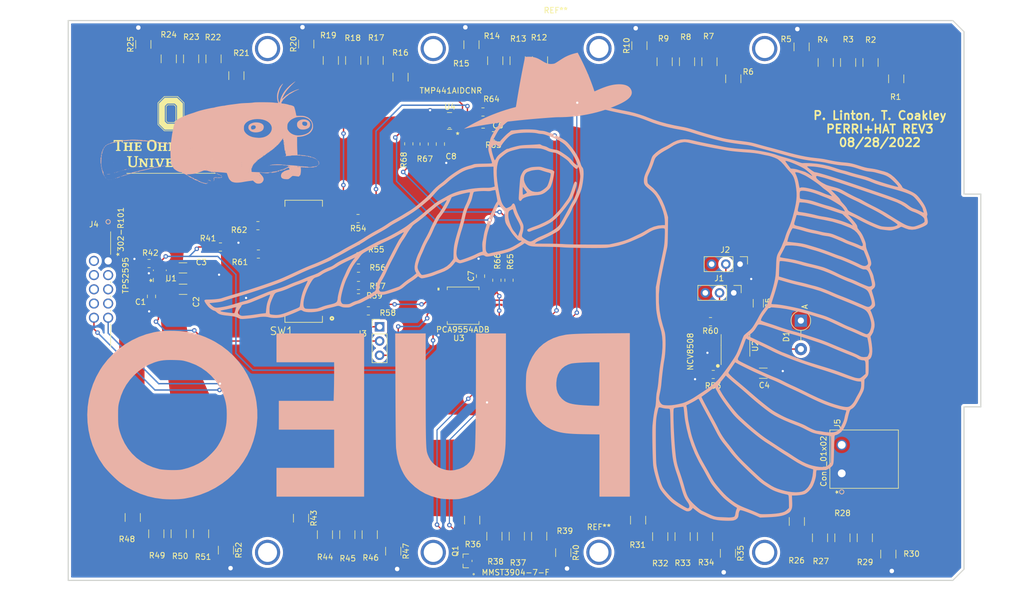
<source format=kicad_pcb>
(kicad_pcb (version 20211014) (generator pcbnew)
  (layers (0 "F.Cu" signal) (31 "B.Cu" signal) (34 "B.Paste" user) (35 "F.Paste" user) (36 "B.SilkS" user "B.Silkscreen") (37 "F.SilkS" user "F.Silkscreen") (38 "B.Mask" user) (39 "F.Mask" user) (44 "Edge.Cuts" user))
  (net 0 "")
  (net 1 "Net-(C1-Pad1)")
  (net 2 "GND")
  (net 3 "+12V")
  (net 4 "/12V_To_Hat")
  (net 5 "+5V")
  (net 6 "/DXN")
  (net 7 "/DXP")
  (net 8 "Net-(C5-Pad2)")
  (net 9 "Net-(C6-Pad1)")
  (net 10 "/SDA")
  (net 11 "/SCL")
  (net 12 "Net-(C6-Pad2)")
  (net 13 "/DS_EN")
  (net 14 "/To_Efuse_EN")
  (net 15 "/GPIO_EN")
  (net 16 "/TMP_A1")
  (net 17 "/TMP_A0")
  (net 18 "/FLT")
  (net 19 "/GPIO_A0")
  (net 20 "Net-(J1-Pad2)")
  (net 21 "/GPIO_A1")
  (net 22 "/GPIO_A2")
  (net 30 "Net-(J2-Pad2)")
  (net 31 "Net-(R3-Pad2)")
  (net 36 "Net-(R10-Pad1)")
  (net 37 "Net-(R1-Pad2)")
  (net 38 "Net-(R2-Pad2)")
  (net 39 "Net-(R4-Pad2)")
  (net 40 "Net-(R6-Pad2)")
  (net 41 "Net-(R7-Pad2)")
  (net 42 "Net-(R8-Pad2)")
  (net 43 "Net-(R11-Pad2)")
  (net 44 "Net-(R12-Pad2)")
  (net 45 "Net-(R13-Pad2)")
  (net 46 "Net-(R14-Pad2)")
  (net 47 "Net-(R16-Pad2)")
  (net 48 "Net-(R17-Pad2)")
  (net 49 "Net-(R18-Pad2)")
  (net 50 "Net-(R19-Pad2)")
  (net 51 "Net-(R21-Pad2)")
  (net 52 "Net-(R22-Pad2)")
  (net 53 "Net-(R23-Pad2)")
  (net 54 "Net-(R24-Pad2)")
  (net 55 "Net-(R26-Pad2)")
  (net 56 "Net-(R27-Pad2)")
  (net 57 "Net-(R28-Pad2)")
  (net 58 "Net-(R29-Pad2)")
  (net 59 "Net-(R31-Pad2)")
  (net 60 "Net-(R32-Pad2)")
  (net 61 "Net-(R33-Pad2)")
  (net 62 "Net-(R34-Pad2)")
  (net 63 "Net-(R36-Pad2)")
  (net 64 "Net-(R37-Pad2)")
  (net 65 "Net-(R38-Pad2)")
  (net 66 "Net-(R39-Pad2)")
  (net 67 "Net-(R42-Pad1)")
  (net 68 "Net-(R43-Pad2)")
  (net 69 "Net-(R44-Pad2)")
  (net 70 "Net-(R45-Pad2)")
  (net 71 "Net-(R46-Pad2)")
  (net 72 "Net-(R48-Pad2)")
  (net 73 "Net-(R49-Pad2)")
  (net 74 "Net-(R50-Pad2)")
  (net 75 "Net-(R51-Pad2)")
  (net 76 "Net-(R53-Pad2)")
  (net 77 "Net-(R60-Pad1)")
  (net 78 "Net-(R61-Pad1)")
  (net 79 "Net-(R62-Pad1)")
  (footprint "footprints:1757242" (layer "F.Cu") (at 226.54 122.03 90)
    (fp_text reference "J5")
    (fp_text value "Conn_01x02")
  )
  (footprint "Resistor_SMD:R_1210_3225Metric" (layer "F.Cu") (at 219.37 50.93 90)
    (fp_text reference "R5")
    (fp_text value "11.5")
  )
  (footprint "Resistor_SMD:R_0805_2012Metric" (layer "F.Cu") (at 151.95 68.29 90)
    (fp_text reference "R67")
    (fp_text value "R_US")
  )
  (footprint "Capacitor_SMD:C_1206_3216Metric" (layer "F.Cu") (at 108.87 90.41)
    (fp_text reference "C3")
    (fp_text value "C_Polarized_US")
  )
  (footprint "footprints:OSU_Logo" (layer "F.Cu") (at 106.73 66.65)
    (fp_text reference "G***" hide)
    (fp_text value "LOGO" hide)
  )
  (footprint "Resistor_SMD:R_1210_3225Metric" (layer "F.Cu") (at 202.91 53.59 90)
    (fp_text reference "R7")
    (fp_text value "11.5")
  )
  (footprint "Resistor_SMD:R_1210_3225Metric" (layer "F.Cu") (at 116.54 140.83 -90)
    (fp_text reference "R52")
    (fp_text value "11.5")
  )
  (footprint "" (layer "F.Cu") (at 183.179396 51.2292)
    (fp_text reference "")
    (fp_text value "")
  )
  (footprint "" (layer "F.Cu") (at 153.579396 51.2292)
    (fp_text reference "")
    (fp_text value "")
  )
  (footprint "Resistor_SMD:R_1210_3225Metric" (layer "F.Cu") (at 206.21 141.39 -90)
    (fp_text reference "R35")
    (fp_text value "11.5")
  )
  (footprint "Diode_THT:D_DO-41_SOD81_P5.08mm_Vertical_AnodeUp" (layer "F.Cu") (at 219.24 99.827818 -90)
    (fp_text reference "D1")
    (fp_text value "DIODE")
  )
  (footprint "Resistor_SMD:R_0805_2012Metric" (layer "F.Cu") (at 115.57 86.68)
    (fp_text reference "R41")
    (fp_text value "R_US")
  )
  (footprint "Resistor_SMD:R_1210_3225Metric" (layer "F.Cu") (at 236.27 56.64 90)
    (fp_text reference "R1")
    (fp_text value "11.5")
  )
  (footprint "Capacitor_SMD:C_1206_3216Metric" (layer "F.Cu") (at 108.89 94.23)
    (fp_text reference "C2")
    (fp_text value "C_Polarized_US")
  )
  (footprint "Resistor_SMD:R_1210_3225Metric" (layer "F.Cu") (at 218.52 135.71 -90)
    (fp_text reference "R26")
    (fp_text value "11.5")
  )
  (footprint "Resistor_SMD:R_1210_3225Metric" (layer "F.Cu") (at 226.66 138.62 90)
    (fp_text reference "R28")
    (fp_text value "11.5")
  )
  (footprint "Resistor_SMD:R_0805_2012Metric" (layer "F.Cu") (at 164.32625 66.81 180)
    (fp_text reference "R63")
    (fp_text value "R_US")
  )
  (footprint "Resistor_SMD:R_0805_2012Metric" (layer "F.Cu") (at 140.15 86.95)
    (fp_text reference "R55")
    (fp_text value "R_US")
  )
  (footprint "footprints:PUEO150" (layer "F.Cu") (at 166.84 98.43)
    (fp_text reference "G***" hide)
    (fp_text value "LOGO" hide)
  )
  (footprint "Resistor_SMD:R_1210_3225Metric" (layer "F.Cu") (at 222.66 138.62 -90)
    (fp_text reference "R27")
    (fp_text value "11.5")
  )
  (footprint "Resistor_SMD:R_1210_3225Metric" (layer "F.Cu") (at 176.8 141.27 -90)
    (fp_text reference "R40")
    (fp_text value "11.5")
  )
  (footprint "Resistor_SMD:R_1210_3225Metric" (layer "F.Cu") (at 142.23 138.06 -90)
    (fp_text reference "R46")
    (fp_text value "11.5")
  )
  (footprint "Connector_PinHeader_2.54mm:PinHeader_1x03_P2.54mm_Vertical" (layer "F.Cu") (at 143.99 100.935)
    (fp_text reference "J3")
    (fp_text value "Conn_01x03")
  )
  (footprint "Resistor_SMD:R_1210_3225Metric" (layer "F.Cu") (at 207.17 56.63 90)
    (fp_text reference "R6")
    (fp_text value "11.5")
  )
  (footprint "Resistor_SMD:R_1210_3225Metric" (layer "F.Cu") (at 190.17 135.47 -90)
    (fp_text reference "R31")
    (fp_text value "11.5")
  )
  (footprint "Capacitor_SMD:C_1206_3216Metric" (layer "F.Cu") (at 211.64 96.73 -90)
    (fp_text reference "C5")
    (fp_text value "0.1uF")
  )
  (footprint "Resistor_SMD:R_0805_2012Metric" (layer "F.Cu") (at 164.937501 92.612499 -90)
    (fp_text reference "R66")
    (fp_text value "R_US")
  )
  (footprint "MountingHole:MountingHole_3.5mm" (layer "F.Cu") (at 183.17 141.21)
    (fp_text reference "REF**")
    (fp_text value "MountingHole_3.5mm")
  )
  (footprint "Resistor_SMD:R_1210_3225Metric" (layer "F.Cu") (at 223.68 53.72 90)
    (fp_text reference "R4")
    (fp_text value "11.5")
  )
  (footprint "Capacitor_SMD:C_0805_2012Metric" (layer "F.Cu") (at 162.02 91.88 90)
    (fp_text reference "C7")
    (fp_text value "C_Small")
  )
  (footprint "Resistor_SMD:R_1210_3225Metric" (layer "F.Cu") (at 147.73 56.34 90)
    (fp_text reference "R16")
    (fp_text value "11.5")
  )
  (footprint "Resistor_SMD:R_1210_3225Metric" (layer "F.Cu") (at 230.66 138.62 -90)
    (fp_text reference "R29")
    (fp_text value "11.5")
  )
  (footprint "Resistor_SMD:R_1210_3225Metric" (layer "F.Cu") (at 112.11 137.9 -90)
    (fp_text reference "R51")
    (fp_text value "11.5")
  )
  (footprint "Package_SO:SOIC-8-1EP_3.9x4.9mm_P1.27mm_EP2.514x3.2mm" (layer "F.Cu") (at 207.559725 104.252425 90)
    (fp_text reference "U2")
    (fp_text value "NCV8508")
  )
  (footprint "Resistor_SMD:R_1210_3225Metric" (layer "F.Cu") (at 164.5 138.34 -90)
    (fp_text reference "R37")
    (fp_text value "11.5")
  )
  (footprint "Resistor_SMD:R_1210_3225Metric" (layer "F.Cu") (at 160.4 50.54 90)
    (fp_text reference "R15")
    (fp_text value "11.5")
  )
  (footprint "Resistor_SMD:R_1210_3225Metric" (layer "F.Cu") (at 198.12 138.4 90)
    (fp_text reference "R33")
    (fp_text value "11.5")
  )
  (footprint "footprints:Perry" (layer "F.Cu") (at 113.77 67.73)
    (fp_text reference "G***" hide)
    (fp_text value "LOGO" hide)
  )
  (footprint "Resistor_SMD:R_0805_2012Metric" (layer "F.Cu") (at 140.22 93.56)
    (fp_text reference "R57")
    (fp_text value "R_US")
  )
  (footprint "Resistor_SMD:R_1210_3225Metric" (layer "F.Cu") (at 177.23 56.3 90)
    (fp_text reference "R11")
    (fp_text value "11.5")
  )
  (footprint "Resistor_SMD:R_1210_3225Metric" (layer "F.Cu") (at 104.11 137.9 -90)
    (fp_text reference "R49")
    (fp_text value "11.5")
  )
  (footprint "Connector_PinHeader_2.54mm:PinHeader_1x03_P2.54mm_Vertical" (layer "F.Cu") (at 208.38 89.74 -90)
    (fp_text reference "J2")
    (fp_text value "Conn_01x03")
  )
  (footprint "Resistor_SMD:R_1210_3225Metric" (layer "F.Cu") (at 190.4 50.71 90)
    (fp_text reference "R10")
    (fp_text value "11.5")
  )
  (footprint "MMST3904-7-F:MMST3904-7-F" (layer "F.Cu") (at 159.7 142.75 90)
    (fp_text reference "Q1")
    (fp_text value "MMST3904-7-F")
  )
  (footprint "Resistor_SMD:R_1210_3225Metric" (layer "F.Cu") (at 202.12 138.4 -90)
    (fp_text reference "R34")
    (fp_text value "11.5")
  )
  (footprint "Connector_PinHeader_2.54mm:PinHeader_1x03_P2.54mm_Vertical" (layer "F.Cu") (at 207.25 94.87 -90)
    (fp_text reference "J1")
    (fp_text value "Conn_01x03")
  )
  (footprint "Resistor_SMD:R_1210_3225Metric" (layer "F.Cu") (at 129.96 135.12 -90)
    (fp_text reference "R43")
    (fp_text value "11.5")
  )
  (footprint "Resistor_SMD:R_1210_3225Metric" (layer "F.Cu") (at 160.53 135.46 -90)
    (fp_text reference "R36")
    (fp_text value "11.5")
  )
  (footprint "Resistor_SMD:R_1210_3225Metric" (layer "F.Cu") (at 231.68 53.72 90)
    (fp_text reference "R2")
    (fp_text value "11.5")
  )
  (footprint "Resistor_SMD:R_0805_2012Metric" (layer "F.Cu") (at 162.45625 62.56 180)
    (fp_text reference "R64")
    (fp_text value "R_US")
  )
  (footprint "" (layer "F.Cu") (at 123.979396 51.2292)
    (fp_text reference "")
    (fp_text value "")
  )
  (footprint "footprints:302-R101" (layer "F.Cu") (at 95.510151 89.157 -90)
    (fp_text reference "J4")
    (fp_text value "302-R101")
  )
  (footprint "Resistor_SMD:R_0805_2012Metric" (layer "F.Cu") (at 102.81 89.63 180)
    (fp_text reference "R42")
    (fp_text value "R_US")
  )
  (footprint "Resistor_SMD:R_1210_3225Metric" (layer "F.Cu") (at 108.11 137.9 90)
    (fp_text reference "R50")
    (fp_text value "11.5")
  )
  (footprint "Resistor_SMD:R_1210_3225Metric" (layer "F.Cu") (at 99.9 134.99 -90)
    (fp_text reference "R48")
    (fp_text value "11.5")
  )
  (footprint "Resistor_SMD:R_1210_3225Metric" (layer "F.Cu") (at 118.41 56.07 90)
    (fp_text reference "R21")
    (fp_text value "11.5")
  )
  (footprint "Resistor_SMD:R_1210_3225Metric" (layer "F.Cu") (at 172.5 138.34 -90)
    (fp_text reference "R39")
    (fp_text value "11.5")
  )
  (footprint "TPS441:TPS259525DSGR" (layer "F.Cu") (at 104.7358 91.8352 90)
    (fp_text reference "U1")
    (fp_text value "TPS2595")
  )
  (footprint "Resistor_SMD:R_1210_3225Metric" (layer "F.Cu") (at 168.65 53.4 -90)
    (fp_text reference "R13")
    (fp_text value "11.5")
  )
  (footprint "" (layer "F.Cu") (at 212.779396 141.2292)
    (fp_text reference "")
    (fp_text value "")
  )
  (footprint "Capacitor_SMD:C_0805_2012Metric" (layer "F.Cu") (at 154.85 68.29 -90)
    (fp_text reference "C8")
    (fp_text value "C_Small")
  )
  (footprint "" (layer "F.Cu") (at 123.979396 141.2292)
    (fp_text reference "")
    (fp_text value "")
  )
  (footprint "Resistor_SMD:R_1210_3225Metric" (layer "F.Cu") (at 101.79 50.49 90)
    (fp_text reference "R25")
    (fp_text value "11.5")
  )
  (footprint "Resistor_SMD:R_1210_3225Metric" (layer "F.Cu") (at 198.91 53.59 -90)
    (fp_text reference "R8")
    (fp_text value "11.5")
  )
  (footprint "Resistor_SMD:R_1210_3225Metric" (layer "F.Cu") (at 134.23 138.06 -90)
    (fp_text reference "R44")
    (fp_text value "11.5")
  )
  (footprint "footprints:PERRI_Outline" (layer "F.Cu") (at 175.391196 90.2348)
    (fp_text reference "REF**")
    (fp_text value "PERRI_Outline")
    (fp_line (start 72.9882 24.9944) (end 72.9882 53.9944) (layer "Edge.Cuts") (width 0.2))
    (fp_line (start 75.9882 24.9944) (end 72.9882 24.9944) (layer "Edge.Cuts") (width 0.2))
    (fp_line (start 72.9882 -13.0056) (end 75.9882 -13.0056) (layer "Edge.Cuts") (width 0.2))
    (fp_line (start 70.9882 55.9944) (end -87.0118 55.9944) (layer "Edge.Cuts") (width 0.2))
    (fp_line (start 72.9882 -42.0056) (end 72.9882 -13.0056) (layer "Edge.Cuts") (width 0.2))
    (fp_line (start -87.0118 55.9944) (end -87.0118 -44.0056) (layer "Edge.Cuts") (width 0.2))
    (fp_line (start 75.9882 -13.0056) (end 75.9882 24.9944) (layer "Edge.Cuts") (width 0.2))
    (fp_line (start 70.9882 -44.0056) (end 72.9882 -42.0056) (layer "Edge.Cuts") (width 0.2))
    (fp_line (start -87.0118 -44.0056) (end 70.9882 -44.0056) (layer "Edge.Cuts") (width 0.2))
    (fp_line (start 72.9882 53.9944) (end 70.9882 55.9944) (layer "Edge.Cuts") (width 0.2))
  )
  (footprint "Resistor_SMD:R_0805_2012Metric" (layer "F.Cu") (at 122.26 82.87 180)
    (fp_text reference "R62")
    (fp_text value "R_US")
  )
  (footprint "Resistor_SMD:R_1210_3225Metric" (layer "F.Cu") (at 146.43 141.01 -90)
    (fp_text reference "R47")
    (fp_text value "11.5")
  )
  (footprint "Resistor_SMD:R_0805_2012Metric" (layer "F.Cu") (at 167.107501 92.612499 -90)
    (fp_text reference "R65")
    (fp_text value "R_US")
  )
  (footprint "Resistor_SMD:R_1210_3225Metric" (layer "F.Cu") (at 194.91 53.59 90)
    (fp_text reference "R9")
    (fp_text value "11.5")
  )
  (footprint "Resistor_SMD:R_1210_3225Metric" (layer "F.Cu") (at 130.89 50.43 90)
    (fp_text reference "R20")
    (fp_text value "11.5")
  )
  (footprint "Resistor_SMD:R_0805_2012Metric" (layer "F.Cu") (at 203.1 100.02 180)
    (fp_text reference "R60")
    (fp_text value "R_US")
  )
  (footprint "Resistor_SMD:R_0805_2012Metric" (layer "F.Cu") (at 149.21 68.25 90)
    (fp_text reference "R68")
    (fp_text value "R_US")
  )
  (footprint "Resistor_SMD:R_0805_2012Metric" (layer "F.Cu") (at 140.22 95.76)
    (fp_text reference "R58")
    (fp_text value "R_US")
  )
  (footprint "Resistor_SMD:R_1210_3225Metric" (layer "F.Cu") (at 227.68 53.72 -90)
    (fp_text reference "R3")
    (fp_text value "11.5")
  )
  (footprint "footprints:TMP441AIDCNR" (layer "F.Cu") (at 156.484601 64.16165 180)
    (fp_text reference "U4")
    (fp_text value "TMP441AIDCNR")
  )
  (footprint "Resistor_SMD:R_1210_3225Metric" (layer "F.Cu") (at 172.65 53.4 90)
    (fp_text reference "R12")
    (fp_text value "11.5")
  )
  (footprint "Resistor_SMD:R_1210_3225Metric" (layer "F.Cu") (at 143.28 53.36 90)
    (fp_text reference "R17")
    (fp_text value "11.5")
  )
  (footprint "" (layer "F.Cu") (at 153.579396 141.2292)
    (fp_text reference "")
    (fp_text value "")
  )
  (footprint "Resistor_SMD:R_0805_2012Metric" (layer "F.Cu") (at 140.14 81.6)
    (fp_text reference "R54")
    (fp_text value "R_US")
  )
  (footprint "Resistor_SMD:R_1210_3225Metric" (layer "F.Cu") (at 164.65 53.4 90)
    (fp_text reference "R14")
    (fp_text value "11.5")
  )
  (footprint "Resistor_SMD:R_1210_3225Metric" (layer "F.Cu") (at 135.28 53.36 90)
    (fp_text reference "R19")
    (fp_text value "11.5")
  )
  (footprint "PCA9554ADB:PCA9554ADB" (layer "F.Cu") (at 158.909451 97.154999)
    (fp_text reference "U3")
    (fp_text value "PCA9554ADB")
  )
  (footprint "Resistor_SMD:R_1210_3225Metric" (layer "F.Cu") (at 234.86 141.53 -90)
    (fp_text reference "R30")
    (fp_text value "11.5")
  )
  (footprint "" (layer "F.Cu") (at 212.779396 51.2292)
    (fp_text reference "")
    (fp_text value "")
  )
  (footprint "Resistor_SMD:R_0805_2012Metric" (layer "F.Cu") (at 141.99 98.09)
    (fp_text reference "R59")
    (fp_text value "R_US")
  )
  (footprint "Resistor_SMD:R_0805_2012Metric" (layer "F.Cu") (at 140.22 90.45)
    (fp_text reference "R56")
    (fp_text value "R_US")
  )
  (footprint "footprints:SW_219-8LPSTRF" (layer "F.Cu") (at 130.430299 89.23 180)
    (fp_text reference "SW1")
    (fp_text value "SW_DIP_x08")
  )
  (footprint "Resistor_SMD:R_1210_3225Metric" (layer "F.Cu") (at 139.28 53.36 -90)
    (fp_text reference "R18")
    (fp_text value "11.5")
  )
  (footprint "Resistor_SMD:R_1210_3225Metric" (layer "F.Cu") (at 110.33 53.07 -90)
    (fp_text reference "R23")
    (fp_text value "11.5")
  )
  (footprint "Resistor_SMD:R_1210_3225Metric" (layer "F.Cu") (at 138.23 138.06 90)
    (fp_text reference "R45")
    (fp_text value "11.5")
  )
  (footprint "footprints:P_Hat" (layer "F.Cu") (at 174.048713 58.759736)
    (fp_text reference "G***" hide)
    (fp_text value "LOGO" hide)
  )
  (footprint "Capacitor_SMD:C_0805_2012Metric" (layer "F.Cu") (at 162.48625 64.72 180)
    (fp_text reference "C6")
    (fp_text value "C_Small")
  )
  (footprint "Resistor_SMD:R_1210_3225Metric" (layer "F.Cu") (at 114.33 53.07 90)
    (fp_text reference "R22")
    (fp_text value "11.5")
  )
  (footprint "Resistor_SMD:R_1210_3225Metric" (layer "F.Cu") (at 168.5 138.34 90)
    (fp_text reference "R38")
    (fp_text value "11.5")
  )
  (footprint "Capacitor_SMD:C_0805_2012Metric" (layer "F.Cu") (at 103.25 95.5 -90)
    (fp_text reference "C1")
    (fp_text value "C")
  )
  (footprint "Resistor_SMD:R_0805_2012Metric" (layer "F.Cu") (at 203.59 109.45)
    (fp_text reference "R53")
    (fp_text value "R_US")
  )
  (footprint "Resistor_SMD:R_1210_3225Metric" (layer "F.Cu") (at 194.12 138.4 -90)
    (fp_text reference "R32")
    (fp_text value "11.5")
  )
  (footprint "Resistor_SMD:R_1210_3225Metric" (layer "F.Cu") (at 106.33 53.07 90)
    (fp_text reference "R24")
    (fp_text value "11.5")
  )
  (footprint "Capacitor_SMD:C_1206_3216Metric" (layer "F.Cu") (at 212.53 109.22 180)
    (fp_text reference "C4")
    (fp_text value "1uF")
  )
  (footprint "Resistor_SMD:R_0805_2012Metric" (layer "F.Cu") (at 122.34165 87.94 180)
    (fp_text reference "R61")
    (fp_text value "R_US")
  )
  (gr_text "P. Linton, T. Coakley\nPERRI+HAT REV3\n08/28/2022" (at 233.35 65.6) (layer "F.SilkS") (effects (font (size 1.5 1.5) (thickness 0.3))))
  (segment (start 103.985799 92.994201) (end 103.25 93.73) (width 0.25) (layer "F.Cu") (net 1))
  (segment (start 103.25 93.73) (end 103.25 94.55) (width 0.25) (layer "F.Cu") (net 1))
  (segment (start 103.985799 92.785201) (end 103.985799 92.994201) (width 0.25) (layer "F.Cu") (net 1))
  (segment (start 126.125299 93.04) (end 123.09 93.04) (width 0.25) (layer "F.Cu") (net 2))
  (segment (start 153.946651 63.186651) (end 153.01 62.25) (width 0.25) (layer "F.Cu") (net 2))
  (segment (start 103.25 96.45) (end 103.25 97.76) (width 0.25) (layer "F.Cu") (net 2))
  (segment (start 219.37 48.51) (end 218.61 47.75) (width 1) (layer "F.Cu") (net 2))
  (segment (start 211.64 95.255) (end 211.64 93.66) (width 0.25) (layer "F.Cu") (net 2))
  (segment (start 103.985799 91.40922) (end 104.411779 91.8352) (width 0.25) (layer "F.Cu") (net 2))
  (segment (start 155.480451 99.429998) (end 154.310002 99.429998) (width 0.25) (layer "F.Cu") (net 2))
  (segment (start 103.25 97.76) (end 102.83 98.18) (width 0.25) (layer "F.Cu") (net 2))
  (segment (start 201.18 109.45) (end 200.34 110.29) (width 0.25) (layer "F.Cu") (net 2))
  (segment (start 114.95 92.61) (end 115.32 92.24) (width 0.25) (layer "F.Cu") (net 2))
  (segment (start 104.411779 91.8352) (end 104.735797 91.8352) (width 0.25) (layer "F.Cu") (net 2))
  (segment (start 101.79 48.38) (end 100.9 47.49) (width 1) (layer "F.Cu") (net 2))
  (segment (start 207.559725 104.252425) (end 203.877575 104.252425) (width 0.25) (layer "F.Cu") (net 2))
  (segment (start 154.02 99.72) (end 154.02 101.96) (width 0.25) (layer "F.Cu") (net 2))
  (segment (start 116.54 143.21) (end 117.37 144.04) (width 1) (layer "F.Cu") (net 2))
  (segment (start 215.63 109.22) (end 216.01 108.84) (width 0.25) (layer "F.Cu") (net 2))
  (segment (start 122.43 98.12) (end 120.22 95.91) (width 0.25) (layer "F.Cu") (net 2))
  (segment (start 121.82 85.42) (end 121.3475 84.9475) (width 0.25) (layer "F.Cu") (net 2))
  (segment (start 154.02 101.96) (end 154.51 102.45) (width 0.25) (layer "F.Cu") (net 2))
  (segment (start 121.3475 84.9475) (end 119.7525 84.9475) (width 0.25) (layer "F.Cu") (net 2))
  (segment (start 154.310002 99.429998) (end 154.02 99.72) (width 0.25) (layer "F.Cu") (net 2))
  (segment (start 162.02 89.12) (end 161.67 88.77) (width 0.25) (layer "F.Cu") (net 2))
  (segment (start 207.559725 105.200275) (end 207.559725 104.252425) (width 0.25) (layer "F.Cu") (net 2))
  (segment (start 206.924725 105.835275) (end 207.559725 105.200275) (width 0.25) (layer "F.Cu") (net 2))
  (segment (start 154.85 69.24) (end 154.85 70.61) (width 0.25) (layer "F.Cu") (net 2))
  (segment (start 160.4 49.0775) (end 160.4 48.53) (width 1) (layer "F.Cu") (net 2))
  (segment (start 121.66 90.5) (end 120.14 92.02) (width 0.25) (layer "F.Cu") (net 2))
  (segment (start 219.37 49.4675) (end 219.37 48.51) (width 1) (layer "F.Cu") (net 2))
  (segment (start 130.89 48.9675) (end 130.89 48.08) (width 1) (layer "F.Cu") (net 2))
  (segment (start 234.86 142.9925) (end 234.86 143.93) (width 1) (layer "F.Cu") (net 2))
  (segment (start 146.43 143.49) (end 147.13 144.19) (width 1) (layer "F.Cu") (net 2))
  (segment (start 202.6775 109.45) (end 201.18 109.45) (width 0.25) (layer "F.Cu") (net 2))
  (segment (start 103.2452 91.8352) (end 102.78 91.37) (width 0.25) (layer "F.Cu") (net 2))
  (segment (start 206.924725 106.889925) (end 206.924725 105.835275) (width 0.25) (layer "F.Cu") (net 2))
  (segment (start 110.345 90.41) (end 111.61 90.41) (width 0.25) (layer "F.Cu") (net 2))
  (segment (start 113.81 92.61) (end 114.95 92.61) (width 0.25) (layer "F.Cu") (net 2))
  (segment (start 120.14 95.83) (end 120.22 95.91) (width 0.25) (layer "F.Cu") (net 2))
  (segment (start 146.43 142.4725) (end 146.43 143.49) (width 1) (layer "F.Cu") (net 2))
  (segment (start 101.79 49.0275) (end 101.79 48.38) (width 1) (layer "F.Cu") (net 2))
  (segment (start 203.877575 104.252425) (end 202.55 105.58) (width 0.25) (layer "F.Cu") (net 2))
  (segment (start 110.365 94.23) (end 112.19 94.23) (width 0.25) (layer "F.Cu") (net 2))
  (segment (start 126.125299 85.42) (end 121.82 85.42) (width 0.25) (layer "F.Cu") (net 2))
  (segment (start 101.02 89.63) (end 100.2 88.81) (width 0.25) (layer "F.Cu") (net 2))
  (segment (start 160.4 48.53) (end 159.31 47.44) (width 1) (layer "F.Cu") (net 2))
  (segment (start 103.985799 90.885199) (end 103.985799 91.40922) (width 0.25) (layer "F.Cu") (net 2))
  (segment (start 101.8975 89.63) (end 101.02 89.63) (width 0.25) (layer "F.Cu") (net 2))
  (segment (start 121.3475 84.9475) (end 121.3475 82.87) (width 0.25) (layer "F.Cu") (net 2))
  (segment (start 121.42915 85.02915) (end 121.3475 84.9475) (width 0.25) (layer "F.Cu") (net 2))
  (segment (start 206.21 142.8525) (end 206.21 144.03) (width 1) (layer "F.Cu") (net 2))
  (segment (start 120.14 92.02) (end 120.14 95.78) (width 0.25) (layer "F.Cu") (net 2))
  (segment (start 113.51 92.31) (end 113.81 92.61) (width 0.25) (layer "F.Cu") (net 2))
  (segment (start 176.8 143.44) (end 177.47 144.11) (width 1) (layer "F.Cu") (net 2))
  (segment (start 116.54 142.2925) (end 116.54 143.21) (width 1) (layer "F.Cu") (net 2))
  (segment (start 126.125299 95.58) (end 120.55 95.58) (width 0.25) (layer "F.Cu") (net 2))
  (segment (start 162.02 90.93) (end 162.02 89.12) (width 0.25) (layer "F.Cu") (net 2))
  (segment (start 122.22 80.34) (end 121.3475 81.2125) (width 0.25) (layer "F.Cu") (net 2))
  (segment (start 190.4 48.26) (end 189.74 47.6) (width 1) (layer "F.Cu") (net 2))
  (segment (start 123.09 93.04) (end 120.22 95.91) (width 0.25) (layer "F.Cu") (net 2))
  (segment (start 214.005 109.22) (end 215.63 109.22) (width 0.25) (layer "F.Cu") (net 2))
  (segment (start 234.86 143.93) (end 235.48 144.55) (width 1) (layer "F.Cu") (net 2))
  (segment (start 190.4 49.2475) (end 190.4 48.26) (width 1) (layer "F.Cu") (net 2))
  (segment (start 112.19 94.23) (end 113.81 92.61) (width 0.25) (layer "F.Cu") (net 2))
  (segment (start 126.125299 80.34) (end 122.22 80.34) (width 0.25) (layer "F.Cu") (net 2))
  (segment (start 121.42915 87.94) (end 121.42915 85.02915) (width 0.25) (layer "F.Cu") (net 2))
  (segment (start 154.85 70.61) (end 155.9 71.66) (width 0.25) (layer "F.Cu") (net 2))
  (segment (start 126.125299 98.12) (end 122.43 98.12) (width 0.25) (layer "F.Cu") (net 2))
  (segment (start 130.89 48.08) (end 130.22 47.41) (width 1) (layer "F.Cu") (net 2))
  (segment (start 126.125299 90.5) (end 121.66 90.5) (width 0.25) (layer "F.Cu") (net 2))
  (segment (start 104.735797 91.8352) (end 103.2452 91.8352) (width 0.25) (layer "F.Cu") (net 2))
  (segment (start 155.290801 63.186651) (end 153.946651 63.186651) (width 0.25) (layer "F.Cu") (net 2))
  (segment (start 111.61 90.41) (end 113.51 92.31) (width 0.25) (layer "F.Cu") (net 2))
  (segment (start 120.55 95.58) (end 120.22 95.91) (width 0.25) (layer "F.Cu") (net 2))
  (segment (start 211.64 93.66) (end 210.37 92.39) (width 0.25) (layer "F.Cu") (net 2))
  (segment (start 121.3475 81.2125) (end 121.3475 82.87) (width 0.25) (layer "F.Cu") (net 2))
  (segment (start 120.14 95.78) (end 120.14 95.83) (width 0.25) (layer "F.Cu") (net 2))
  (segment (start 176.8 142.7325) (end 176.8 143.44) (width 1) (layer "F.Cu") (net 2))
  (segment (start 115.32 92.24) (end 115.32 91.63) (width 0.25) (layer "F.Cu") (net 2))
  (segment (start 206.21 144.03) (end 205.46 144.78) (width 1) (layer "F.Cu") (net 2))
  (segment (start 119.7525 84.9475) (end 118.78 85.92) (width 0.25) (layer "F.Cu") (net 2))
  (via (at 117.37 144.04) (size 1) (drill 0.8) (layers "F.Cu" "B.Cu") (net 2))
  (via (at 216.01 108.84) (size 0.8) (drill 0.4) (layers "F.Cu" "B.Cu") (net 2))
  (via (at 100.9 47.49) (size 1) (drill 0.8) (layers "F.Cu" "B.Cu") (net 2))
  (via (at 118.78 85.92) (size 0.8) (drill 0.4) (layers "F.Cu" "B.Cu") (net 2))
  (via (at 147.13 144.19) (size 1) (drill 0.8) (layers "F.Cu" "B.Cu") (net 2))
  (via (at 155.9 71.66) (size 0.8) (drill 0.4) (layers "F.Cu" "B.Cu") (net 2))
  (via (at 235.48 144.55) (size 1) (drill 0.8) (layers "F.Cu" "B.Cu") (net 2))
  (via (at 153.01 62.25) (size 0.8) (drill 0.4) (layers "F.Cu" "B.Cu") (net 2))
  (via (at 102.78 91.37) (size 0.8) (drill 0.4) (layers "F.Cu" "B.Cu") (net 2))
  (via (at 100.2 88.81) (size 0.8) (drill 0.4) (layers "F.Cu" "B.Cu") (net 2))
  (via (at 161.67 88.77) (size 0.8) (drill 0.4) (layers "F.Cu" "B.Cu") (net 2))
  (via (at 115.32 91.63) (size 0.8) (drill 0.4) (layers "F.Cu" "B.Cu") (net 2))
  (via (at 202.55 105.58) (size 0.8) (drill 0.4) (layers "F.Cu" "B.Cu") (net 2))
  (via (at 159.31 47.44) (size 1) (drill 0.8) (layers "F.Cu" "B.Cu") (net 2))
  (via (at 177.47 144.11) (size 1) (drill 0.8) (layers "F.Cu" "B.Cu") (net 2))
  (via (at 205.46 144.78) (size 1) (drill 0.8) (layers "F.Cu" "B.Cu") (net 2))
  (via (at 210.37 92.39) (size 0.8) (drill 0.4) (layers "F.Cu" "B.Cu") (net 2))
  (via (at 130.22 47.41) (size 1) (drill 0.8) (layers "F.Cu" "B.Cu") (net 2))
  (via (at 218.61 47.75) (size 1) (drill 0.8) (layers "F.Cu" "B.Cu") (net 2))
  (via (at 189.74 47.6) (size 1) (drill 0.8) (layers "F.Cu" "B.Cu") (net 2))
  (via (at 200.34 110.29) (size 0.8) (drill 0.4) (layers "F.Cu" "B.Cu") (net 2))
  (via (at 102.83 98.18) (size 0.8) (drill 0.4) (layers "F.Cu" "B.Cu") (net 2))
  (via (at 154.51 102.45) (size 0.8) (drill 0.4) (layers "F.Cu" "B.Cu") (net 2))
  (via (at 120.14 95.78) (size 0.8) (drill 0.4) (layers "F.Cu" "B.Cu") (net 2))
  (segment (start 105.485798 92.785201) (end 105.485798 93.235798) (width 0.25) (layer "F.Cu") (net 3))
  (segment (start 104.9858 93.4058) (end 105.37 93.79) (width 0.25) (layer "F.Cu") (net 3))
  (segment (start 105.485798 93.235798) (end 105.88 93.63) (width 0.25) (layer "F.Cu") (net 3))
  (segment (start 104.9858 92.785201) (end 104.9858 93.4058) (width 0.25) (layer "F.Cu") (net 3))
  (segment (start 105.485798 90.885199) (end 105.485798 90.254202) (width 0.25) (layer "F.Cu") (net 4))
  (segment (start 105.485798 90.254202) (end 105.87 89.87) (width 0.25) (layer "F.Cu") (net 4))
  (segment (start 155.27 66.11) (end 154.86 66.11) (width 0.25) (layer "F.Cu") (net 5))
  (segment (start 155.290801 65.136649) (end 155.290801 66.089199) (width 0.25) (layer "F.Cu") (net 5))
  (segment (start 155.290801 66.089199) (end 155.27 66.11) (width 0.25) (layer "F.Cu") (net 5))
  (segment (start 154.85 66.12) (end 154.85 67.34) (width 0.25) (layer "F.Cu") (net 5))
  (segment (start 154.86 66.11) (end 154.85 66.12) (width 0.25) (layer "F.Cu") (net 5))
  (segment (start 163.18 114.44) (end 163.19 114.44) (width 0.2) (layer "F.Cu") (net 6))
  (segment (start 160.600001 142.049999) (end 160.600001 140.490001) (width 0.2) (layer "F.Cu") (net 6))
  (segment (start 163.36875 62.56) (end 177.65 62.56) (width 0.2) (layer "F.Cu") (net 6))
  (segment (start 177.65 62.56) (end 179.3 60.91) (width 0.2) (layer "F.Cu") (net 6))
  (segment (start 163.19 114.44) (end 179.22 98.41) (width 0.2) (layer "F.Cu") (net 6))
  (segment (start 160.600001 140.490001) (end 156.46 136.35) (width 0.2) (layer "F.Cu") (net 6))
  (via (at 179.22 98.41) (size 0.8) (drill 0.4) (layers "F.Cu" "B.Cu") (net 6))
  (via (at 156.46 136.35) (size 0.8) (drill 0.4) (layers "F.Cu" "B.Cu") (net 6))
  (via (at 179.3 60.91) (size 0.8) (drill 0.4) (layers "F.Cu" "B.Cu") (net 6))
  (via (at 163.18 114.44) (size 0.8) (drill 0.4) (layers "F.Cu" "B.Cu") (net 6))
  (segment (start 163.18 114.44) (end 156.46 121.16) (width 0.2) (layer "B.Cu") (net 6))
  (segment (start 179.22 60.99) (end 179.3 60.91) (width 0.2) (layer "B.Cu") (net 6))
  (segment (start 156.46 121.16) (end 156.46 136.35) (width 0.2) (layer "B.Cu") (net 6))
  (segment (start 179.22 98.41) (end 179.22 60.99) (width 0.2) (layer "B.Cu") (net 6))
  (segment (start 165.23875 66.81) (end 175.22 66.81) (width 0.2) (layer "F.Cu") (net 7))
  (segment (start 162.05 143.8) (end 161.68 143.43) (width 0.2) (layer "F.Cu") (net 7))
  (segment (start 157.42 143.07) (end 157.42 139.48) (width 0.2) (layer "F.Cu") (net 7))
  (segment (start 158.8 142.75) (end 157.74 142.75) (width 0.2) (layer "F.Cu") (net 7))
  (segment (start 161.659999 143.450001) (end 160.600001 143.450001) (width 0.2) (layer "F.Cu") (net 7))
  (segment (start 157.28 144.15) (end 158.04 144.91) (width 0.2) (layer "F.Cu") (net 7))
  (segment (start 157.28 143.21) (end 157.28 144.15) (width 0.2) (layer "F.Cu") (net 7))
  (segment (start 162.05 144.53) (end 162.05 143.8) (width 0.2) (layer "F.Cu") (net 7))
  (segment (start 160.600001 144.899999) (end 161.680001 144.899999) (width 0.2) (layer "F.Cu") (net 7))
  (segment (start 159.83 113.78) (end 175.6 98.01) (width 0.2) (layer "F.Cu") (net 7))
  (segment (start 175.22 66.81) (end 175.255 66.775) (width 0.2) (layer "F.Cu") (net 7))
  (segment (start 157.42 139.48) (end 154.25 136.31) (width 0.2) (layer "F.Cu") (net 7))
  (segment (start 157.42 143.07) (end 157.28 143.21) (width 0.2) (layer "F.Cu") (net 7))
  (segment (start 161.68 143.43) (end 161.659999 143.450001) (width 0.2) (layer "F.Cu") (net 7))
  (segment (start 161.680001 144.899999) (end 162.05 144.53) (width 0.2) (layer "F.Cu") (net 7))
  (segment (start 157.74 142.75) (end 157.42 143.07) (width 0.2) (layer "F.Cu") (net 7))
  (segment (start 160.59 144.91) (end 160.600001 144.899999) (width 0.2) (layer "F.Cu") (net 7))
  (segment (start 158.04 144.91) (end 160.59 144.91) (width 0.2) (layer "F.Cu") (net 7))
  (segment (start 154.25 136.31) (end 154.25 136.28) (width 0.2) (layer "F.Cu") (net 7))
  (via (at 175.255 66.775) (size 0.8) (drill 0.4) (layers "F.Cu" "B.Cu") (net 7))
  (via (at 175.6 98.01) (size 0.8) (drill 0.4) (layers "F.Cu" "B.Cu") (net 7))
  (via (at 154.25 136.28) (size 0.8) (drill 0.4) (layers "F.Cu" "B.Cu") (net 7))
  (via (at 159.83 113.78) (size 0.8) (drill 0.4) (layers "F.Cu" "B.Cu") (net 7))
  (segment (start 154.25 136.28) (end 154.25 119.36) (width 0.2) (layer "B.Cu") (net 7))
  (segment (start 175.6 98.01) (end 175.6 67.1) (width 0.2) (layer "B.Cu") (net 7))
  (segment (start 175.6 67.1) (end 175.27 66.77) (width 0.2) (layer "B.Cu") (net 7))
  (segment (start 154.25 119.36) (end 159.83 113.78) (width 0.2) (layer "B.Cu") (net 7))
  (segment (start 209.45 101.6002) (end 209.45 99.99) (width 0.25) (layer "F.Cu") (net 8))
  (segment (start 216.787818 104.907818) (end 219.24 104.907818) (width 0.25) (layer "F.Cu") (net 8))
  (segment (start 211.64 98.205) (end 211.64 99.94) (width 0.25) (layer "F.Cu") (net 8))
  (segment (start 209.464725 101.614925) (end 209.45 101.6002) (width 0.25) (layer "F.Cu") (net 8))
  (segment (start 209.45 99.99) (end 211.87 99.99) (width 0.25) (layer "F.Cu") (net 8))
  (segment (start 211.87 99.99) (end 216.787818 104.907818) (width 0.25) (layer "F.Cu") (net 8))
  (segment (start 160.09625 66.82) (end 163.40375 66.82) (width 0.25) (layer "F.Cu") (net 9))
  (segment (start 157.678401 65.136649) (end 158.412899 65.136649) (width 0.25) (layer "F.Cu") (net 9))
  (segment (start 163.41375 64.7425) (end 163.43625 64.72) (width 0.25) (layer "F.Cu") (net 9))
  (segment (start 163.41375 66.81) (end 163.41375 64.7425) (width 0.25) (layer "F.Cu") (net 9))
  (segment (start 163.40375 66.82) (end 163.41375 66.81) (width 0.25) (layer "F.Cu") (net 9))
  (segment (start 158.412899 65.136649) (end 160.09625 66.82) (width 0.25) (layer "F.Cu") (net 9))
  (segment (start 164.139999 95.530001) (end 164.957501 94.712499) (width 0.25) (layer "F.Cu") (net 10))
  (segment (start 163.64 81.86) (end 163.64 93.54) (width 0.25) (layer "F.Cu") (net 10))
  (segment (start 149.03 66.2) (end 147.71 66.2) (width 0.25) (layer "F.Cu") (net 10))
  (segment (start 151.393351 63.836649) (end 150.005 65.225) (width 0.25) (layer "F.Cu") (net 10))
  (segment (start 164.957501 94.712499) (end 164.957501 93.544999) (width 0.25) (layer "F.Cu") (net 10))
  (segment (start 165.37 95.27) (end 164.812499 94.712499) (width 0.25) (layer "F.Cu") (net 10))
  (segment (start 162.338451 95.530001) (end 164.139999 95.530001) (width 0.25) (layer "F.Cu") (net 10))
  (segment (start 165.37 100.29) (end 165.37 98.04) (width 0.25) (layer "F.Cu") (net 10))
  (segment (start 165.37 95.4555) (end 165.37 95.27) (width 0.25) (layer "F.Cu") (net 10))
  (segment (start 115.49 111.09) (end 154.57 111.09) (width 0.25) (layer "F.Cu") (net 10))
  (segment (start 150.005 65.225) (end 149.21 66.02) (width 0.25) (layer "F.Cu") (net 10))
  (segment (start 163.64 93.54) (end 164.812499 94.712499) (width 0.25) (layer "F.Cu") (net 10))
  (segment (start 164.812499 94.712499) (end 164.957501 94.712499) (width 0.25) (layer "F.Cu") (net 10))
  (segment (start 154.57 111.09) (end 161.1 104.56) (width 0.25) (layer "F.Cu") (net 10))
  (segment (start 149.21 66.02) (end 149.21 67.3375) (width 0.25) (layer "F.Cu") (net 10))
  (segment (start 155.290801 63.836649) (end 151.393351 63.836649) (width 0.25) (layer "F.Cu") (net 10))
  (segment (start 164.957501 93.544999) (end 164.937501 93.524999) (width 0.25) (layer "F.Cu") (net 10))
  (segment (start 147.71 66.2) (end 146.8 67.11) (width 0.25) (layer "F.Cu") (net 10))
  (segment (start 161.1 104.56) (end 165.37 100.29) (width 0.25) (layer "F.Cu") (net 10))
  (segment (start 149.21 66.02) (end 149.03 66.2) (width 0.25) (layer "F.Cu") (net 10))
  (via (at 165.37 95.4555) (size 0.8) (drill 0.4) (layers "F.Cu" "B.Cu") (net 10))
  (via (at 146.8 67.11) (size 0.8) (drill 0.4) (layers "F.Cu" "B.Cu") (net 10))
  (via (at 165.37 98.04) (size 0.8) (drill 0.4) (layers "F.Cu" "B.Cu") (net 10))
  (via (at 163.64 81.86) (size 0.8) (drill 0.4) (layers "F.Cu" "B.Cu") (net 10))
  (via (at 115.49 111.09) (size 0.8) (drill 0.4) (layers "F.Cu" "B.Cu") (net 10))
  (segment (start 104.53 111.09) (end 115.49 111.09) (width 0.25) (layer "B.Cu") (net 10))
  (segment (start 95.510151 99.317) (end 95.510151 102.070151) (width 0.25) (layer "B.Cu") (net 10))
  (segment (start 104.03 110.59) (end 104.53 111.09) (width 0.25) (layer "B.Cu") (net 10))
  (segment (start 153.95 81.86) (end 163.64 81.86) (width 0.25) (layer "B.Cu") (net 10))
  (segment (start 147.03 67.34) (end 146.8 67.11) (width 0.25) (layer "B.Cu") (net 10))
  (segment (start 95.510151 102.070151) (end 104.03 110.59) (width 0.25) (layer "B.Cu") (net 10))
  (segment (start 165.37 98.04) (end 165.37 95.4555) (width 0.25) (layer "B.Cu") (net 10))
  (segment (start 147.03 74.94) (end 147.03 67.34) (width 0.25) (layer "B.Cu") (net 10))
  (segment (start 147.03 74.94) (end 153.95 81.86) (width 0.25) (layer "B.Cu") (net 10))
  (segment (start 152.055 64.935) (end 152.51 64.48) (width 0.25) (layer "F.Cu") (net 11))
  (segment (start 152.516651 64.486651) (end 155.290801 64.486651) (width 0.25) (layer "F.Cu") (net 11))
  (segment (start 92.970151 99.317) (end 92.970151 101.330151) (width 0.25) (layer "F.Cu") (net 11))
  (segment (start 150.65 66.34) (end 152.055 64.935) (width 0.25) (layer "F.Cu") (net 11))
  (segment (start 167.127501 93.544999) (end 167.107501 93.524999) (width 0.25) (layer "F.Cu") (net 11))
  (segment (start 167.127501 95.642499) (end 169.027501 95.642499) (width 0.25) (layer "F.Cu") (net 11))
  (segment (start 165.56 80.43) (end 165.42 80.43) (width 0.25) (layer "F.Cu") (net 11))
  (segment (start 166.59 96.18) (end 167.127501 95.642499) (width 0.25) (layer "F.Cu") (net 11))
  (segment (start 169.027501 95.642499) (end 172.23 92.44) (width 0.25) (layer "F.Cu") (net 11))
  (segment (start 154.1 112.22) (end 166.59 99.73) (width 0.25) (layer "F.Cu") (net 11))
  (segment (start 166.59 99.73) (end 166.59 96.18) (width 0.25) (layer "F.Cu") (net 11))
  (segment (start 167.127501 95.642499) (end 167.127501 93.544999) (width 0.25) (layer "F.Cu") (net 11))
  (segment (start 92.970151 101.330151) (end 93.61 101.97) (width 0.25) (layer "F.Cu") (net 11))
  (segment (start 152.51 64.48) (end 152.516651 64.486651) (width 0.25) (layer "F.Cu") (net 11))
  (segment (start 169.88 84.75) (end 165.56 80.43) (width 0.25) (layer "F.Cu") (net 11))
  (segment (start 148.2 73.28) (end 150.65 70.83) (width 0.25) (layer "F.Cu") (net 11))
  (segment (start 151.95 67.3775) (end 151.95 65.04) (width 0.25) (layer "F.Cu") (net 11))
  (segment (start 172.23 87.1) (end 169.88 84.75) (width 0.25) (layer "F.Cu") (net 11))
  (segment (start 162.338451 96.18) (end 166.59 96.18) (width 0.25) (layer "F.Cu") (net 11))
  (segment (start 172.23 92.44) (end 172.23 87.1) (width 0.25) (layer "F.Cu") (net 11))
  (segment (start 150.65 70.83) (end 150.65 66.34) (width 0.25) (layer "F.Cu") (net 11))
  (segment (start 115.41 112.22) (end 154.1 112.22) (width 0.25) (layer "F.Cu") (net 11))
  (segment (start 151.95 65.04) (end 152.055 64.935) (width 0.25) (layer "F.Cu") (net 11))
  (via (at 165.42 80.43) (size 0.8) (drill 0.4) (layers "F.Cu" "B.Cu") (net 11))
  (via (at 148.2 73.28) (size 0.8) (drill 0.4) (layers "F.Cu" "B.Cu") (net 11))
  (via (at 115.41 112.22) (size 0.8) (drill 0.4) (layers "F.Cu" "B.Cu") (net 11))
  (via (at 93.61 101.97) (size 0.8) (drill 0.4) (layers "F.Cu" "B.Cu") (net 11))
  (segment (start 165.42 80.43) (end 155.35 80.43) (width 0.25) (layer "B.Cu") (net 11))
  (segment (start 93.61 101.97) (end 103.86 112.22) (width 0.25) (layer "B.Cu") (net 11))
  (segment (start 155.35 80.43) (end 148.2 73.28) (width 0.25) (layer "B.Cu") (net 11))
  (segment (start 103.86 112.22) (end 115.41 112.22) (width 0.25) (layer "B.Cu") (net 11))
  (segment (start 161.53625 64.72) (end 161.53625 62.5675) (width 0.25) (layer "F.Cu") (net 12))
  (segment (start 158.588801 64.486651) (end 159.490851 63.584601) (width 0.25) (layer "F.Cu") (net 12))
  (segment (start 157.678401 64.486651) (end 158.588801 64.486651) (width 0.25) (layer "F.Cu") (net 12))
  (segment (start 161.53625 62.5675) (end 161.54375 62.56) (width 0.25) (layer "F.Cu") (net 12))
  (segment (start 160.515452 62.56) (end 161.54375 62.56) (width 0.25) (layer "F.Cu") (net 12))
  (segment (start 159.490851 63.584601) (end 160.515452 62.56) (width 0.25) (layer "F.Cu") (net 12))
  (segment (start 138.53 98.09) (end 138.5 98.12) (width 0.25) (layer "F.Cu") (net 13))
  (segment (start 141.0775 98.09) (end 138.53 98.09) (width 0.25) (layer "F.Cu") (net 13))
  (segment (start 139.015 98.635) (end 139.19 98.81) (width 0.25) (layer "F.Cu") (net 13))
  (segment (start 141.315 100.935) (end 143.99 100.935) (width 0.25) (layer "F.Cu") (net 13))
  (segment (start 139.19 98.81) (end 141.315 100.935) (width 0.25) (layer "F.Cu") (net 13))
  (segment (start 134.735299 98.12) (end 138.5 98.12) (width 0.25) (layer "F.Cu") (net 13))
  (segment (start 138.5 98.12) (end 139.015 98.635) (width 0.25) (layer "F.Cu") (net 13))
  (segment (start 112.795 103.475) (end 110.9 101.58) (width 0.25) (layer "F.Cu") (net 14))
  (segment (start 104.05 100.01) (end 104.485798 99.574202) (width 0.25) (layer "F.Cu") (net 14))
  (segment (start 104.485798 99.574202) (end 104.485798 92.785201) (width 0.25) (layer "F.Cu") (net 14))
  (segment (start 143.99 103.475) (end 112.795 103.475) (width 0.25) (layer "F.Cu") (net 14))
  (via (at 104.05 100.01) (size 0.8) (drill 0.4) (layers "F.Cu" "B.Cu") (net 14))
  (via (at 110.9 101.58) (size 0.8) (drill 0.4) (layers "F.Cu" "B.Cu") (net 14))
  (segment (start 110.9 101.58) (end 105.62 101.58) (width 0.25) (layer "B.Cu") (net 14))
  (segment (start 105.62 101.58) (end 104.05 100.01) (width 0.25) (layer "B.Cu") (net 14))
  (segment (start 143.99 106.015) (end 146.275 106.015) (width 0.25) (layer "F.Cu") (net 15))
  (segment (start 146.94 105.35) (end 147.32 104.97) (width 0.25) (layer "F.Cu") (net 15))
  (segment (start 154.389228 96.829998) (end 155.480451 96.829998) (width 0.25) (layer "F.Cu") (net 15))
  (segment (start 152.49 98.729226) (end 154.389228 96.829998) (width 0.25) (layer "F.Cu") (net 15))
  (segment (start 152.49 99.41) (end 152.49 98.729226) (width 0.25) (layer "F.Cu") (net 15))
  (segment (start 147.32 104.97) (end 147.32 100.88) (width 0.25) (layer "F.Cu") (net 15))
  (segment (start 146.275 106.015) (end 146.94 105.35) (width 0.25) (layer "F.Cu") (net 15))
  (via (at 152.49 99.41) (size 0.8) (drill 0.4) (layers "F.Cu" "B.Cu") (net 15))
  (via (at 147.32 100.88) (size 0.8) (drill 0.4) (layers "F.Cu" "B.Cu") (net 15))
  (segment (start 147.32 100.88) (end 151.02 100.88) (width 0.25) (layer "B.Cu") (net 15))
  (segment (start 151.02 100.88) (end 152.49 99.41) (width 0.25) (layer "B.Cu") (net 15))
  (segment (start 138.14 85.56) (end 137.7 86) (width 0.25) (layer "F.Cu") (net 16))
  (segment (start 143.37 83.41) (end 143.37 76.36) (width 0.25) (layer "F.Cu") (net 16))
  (segment (start 143.37 76.36) (end 143.35 76.34) (width 0.25) (layer "F.Cu") (net 16))
  (segment (start 137.13 87.26) (end 137.13 86.57) (width 0.25) (layer "F.Cu") (net 16))
  (segment (start 141.22 85.56) (end 138.14 85.56) (width 0.25) (layer "F.Cu") (net 16))
  (segment (start 136.43 87.96) (end 137.13 87.26) (width 0.25) (layer "F.Cu") (net 16))
  (segment (start 143.37 83.41) (end 141.22 85.56) (width 0.25) (layer "F.Cu") (net 16))
  (segment (start 159.68 61.51) (end 159.68 62.710374) (width 0.25) (layer "F.Cu") (net 16))
  (segment (start 138.8575 86.57) (end 139.2375 86.95) (width 0.25) (layer "F.Cu") (net 16))
  (segment (start 159.68 62.710374) (end 158.553725 63.836649) (width 0.25) (layer "F.Cu") (net 16))
  (segment (start 134.735299 87.96) (end 136.43 87.96) (width 0.25) (layer "F.Cu") (net 16))
  (segment (start 158.553725 63.836649) (end 157.678401 63.836649) (width 0.25) (layer "F.Cu") (net 16))
  (segment (start 137.13 86.57) (end 137.7 86.57) (width 0.25) (layer "F.Cu") (net 16))
  (segment (start 136.65 85.42) (end 134.735299 85.42) (width 0.25) (layer "F.Cu") (net 16))
  (segment (start 137.13 85.9) (end 136.65 85.42) (width 0.25) (layer "F.Cu") (net 16))
  (segment (start 137.13 86.57) (end 137.13 85.9) (width 0.25) (layer "F.Cu") (net 16))
  (segment (start 137.7 86) (end 137.7 86.57) (width 0.25) (layer "F.Cu") (net 16))
  (segment (start 137.7 86.57) (end 138.8575 86.57) (width 0.25) (layer "F.Cu") (net 16))
  (via (at 159.68 61.51) (size 0.8) (drill 0.4) (layers "F.Cu" "B.Cu") (net 16))
  (via (at 143.35 76.34) (size 0.8) (drill 0.4) (layers "F.Cu" "B.Cu") (net 16))
  (segment (start 159.52 61.35) (end 159.68 61.51) (width 0.25) (layer "B.Cu") (net 16))
  (segment (start 143.35 76.34) (end 143.35 65.98) (width 0.25) (layer "B.Cu") (net 16))
  (segment (start 147.98 61.35) (end 159.52 61.35) (width 0.25) (layer "B.Cu") (net 16))
  (segment (start 143.35 65.98) (end 147.98 61.35) (width 0.25) (layer "B.Cu") (net 16))
  (segment (start 141.41 60.53) (end 141.19 60.75) (width 0.25) (layer "F.Cu") (net 17))
  (segment (start 137.53 75.62) (end 137.53 79.8) (width 0.25) (layer "F.Cu") (net 17))
  (segment (start 158.533349 63.186651) (end 158.8 62.92) (width 0.25) (layer "F.Cu") (net 17))
  (segment (start 137.27 80.94) (end 136.83 80.5) (width 0.25) (layer "F.Cu") (net 17))
  (segment (start 138 81.56) (end 139.1875 81.56) (width 0.25) (layer "F.Cu") (net 17))
  (segment (start 136.73 82.88) (end 137.27 82.34) (width 0.25) (layer "F.Cu") (net 17))
  (segment (start 157.678401 63.186651) (end 158.533349 63.186651) (width 0.25) (layer "F.Cu") (net 17))
  (segment (start 136.83 80.5) (end 136.67 80.34) (width 0.25) (layer "F.Cu") (net 17))
  (segment (start 137.27 81.56) (end 138 81.56) (width 0.25) (layer "F.Cu") (net 17))
  (segment (start 137.27 82.34) (end 137.27 81.56) (width 0.25) (layer "F.Cu") (net 17))
  (segment (start 158.8 62.13) (end 158.8 61.27) (width 0.25) (layer "F.Cu") (net 17))
  (segment (start 137.27 81.56) (end 137.27 80.94) (width 0.25) (layer "F.Cu") (net 17))
  (segment (start 141.19 60.75) (end 137.55 64.39) (width 0.25) (layer "F.Cu") (net 17))
  (segment (start 158.8 61.27) (end 158.06 60.53) (width 0.25) (layer "F.Cu") (net 17))
  (segment (start 137.53 79.8) (end 136.83 80.5) (width 0.25) (layer "F.Cu") (net 17))
  (segment (start 139.1875 81.56) (end 139.2275 81.6) (width 0.25) (layer "F.Cu") (net 17))
  (segment (start 137.55 64.39) (end 137.55 66.41) (width 0.25) (layer "F.Cu") (net 17))
  (segment (start 136.67 80.34) (end 134.735299 80.34) (width 0.25) (layer "F.Cu") (net 17))
  (segment (start 158.06 60.53) (end 141.41 60.53) (width 0.25) (layer "F.Cu") (net 17))
  (segment (start 158.8 62.92) (end 158.8 62.13) (width 0.25) (layer "F.Cu") (net 17))
  (segment (start 134.735299 82.88) (end 136.73 82.88) (width 0.25) (layer "F.Cu") (net 17))
  (via (at 137.55 66.41) (size 0.8) (drill 0.4) (layers "F.Cu" "B.Cu") (net 17))
  (via (at 137.53 75.62) (size 0.8) (drill 0.4) (layers "F.Cu" "B.Cu") (net 17))
  (segment (start 137.55 74.6) (end 137.55 75.6) (width 0.25) (layer "B.Cu") (net 17))
  (segment (start 137.55 75.6) (end 137.53 75.62) (width 0.25) (layer "B.Cu") (net 17))
  (segment (start 137.55 66.41) (end 137.55 74.6) (width 0.25) (layer "B.Cu") (net 17))
  (segment (start 111.34 87.01) (end 111.67 86.68) (width 0.25) (layer "F.Cu") (net 18))
  (segment (start 153.54 103.36) (end 153.54 98.329227) (width 0.25) (layer "F.Cu") (net 18))
  (segment (start 104.9858 90.885199) (end 104.9858 89.1642) (width 0.25) (layer "F.Cu") (net 18))
  (segment (start 154.38923 97.479997) (end 155.480451 97.479997) (width 0.25) (layer "F.Cu") (net 18))
  (segment (start 111.67 86.68) (end 114.6575 86.68) (width 0.25) (layer "F.Cu") (net 18))
  (segment (start 104.9858 89.1642) (end 105.79 88.36) (width 0.25) (layer "F.Cu") (net 18))
  (segment (start 153.54 98.329227) (end 154.38923 97.479997) (width 0.25) (layer "F.Cu") (net 18))
  (via (at 111.34 87.01) (size 0.8) (drill 0.4) (layers "F.Cu" "B.Cu") (net 18))
  (via (at 153.54 103.36) (size 0.8) (drill 0.4) (layers "F.Cu" "B.Cu") (net 18))
  (via (at 105.79 88.36) (size 0.8) (drill 0.4) (layers "F.Cu" "B.Cu") (net 18))
  (segment (start 118.33 91.6) (end 118.33 105.68) (width 0.25) (layer "B.Cu") (net 18))
  (segment (start 153.54 104.72) (end 153.54 103.36) (width 0.25) (layer "B.Cu") (net 18))
  (segment (start 109.99 88.36) (end 111.34 87.01) (width 0.25) (layer "B.Cu") (net 18))
  (segment (start 115.09 88.36) (end 115.57 88.84) (width 0.25) (layer "B.Cu") (net 18))
  (segment (start 118.33 105.68) (end 121.33 108.68) (width 0.25) (layer "B.Cu") (net 18))
  (segment (start 121.33 108.68) (end 149.58 108.68) (width 0.25) (layer "B.Cu") (net 18))
  (segment (start 105.79 88.36) (end 109.99 88.36) (width 0.25) (layer "B.Cu") (net 18))
  (segment (start 149.58 108.68) (end 153.54 104.72) (width 0.25) (layer "B.Cu") (net 18))
  (segment (start 115.57 88.84) (end 118.33 91.6) (width 0.25) (layer "B.Cu") (net 18))
  (segment (start 109.99 88.36) (end 115.09 88.36) (width 0.25) (layer "B.Cu") (net 18))
  (segment (start 150.63 94.88) (end 155.480451 94.88) (width 0.25) (layer "F.Cu") (net 19))
  (segment (start 137.76 91.73) (end 147.48 91.73) (width 0.25) (layer "F.Cu") (net 19))
  (segment (start 139.2575 90.5) (end 139.3075 90.45) (width 0.25) (layer "F.Cu") (net 19))
  (segment (start 147.48 91.73) (end 150.63 94.88) (width 0.25) (layer "F.Cu") (net 19))
  (segment (start 136.53 90.5) (end 137.76 91.73) (width 0.25) (layer "F.Cu") (net 19))
  (segment (start 134.735299 90.5) (end 136.53 90.5) (width 0.25) (layer "F.Cu") (net 19))
  (segment (start 136.53 90.5) (end 139.2575 90.5) (width 0.25) (layer "F.Cu") (net 19))
  (segment (start 204.72 97.28) (end 204.71 97.27) (width 0.25) (layer "F.Cu") (net 20))
  (segment (start 204.71 97.27) (end 204.71 94.87) (width 0.25) (layer "F.Cu") (net 20))
  (segment (start 206.924725 99.474725) (end 204.73 97.28) (width 0.25) (layer "F.Cu") (net 20))
  (segment (start 204.73 97.28) (end 204.72 97.28) (width 0.25) (layer "F.Cu") (net 20))
  (segment (start 206.924725 101.614925) (end 206.924725 99.474725) (width 0.25) (layer "F.Cu") (net 20))
  (segment (start 136.87 93.04) (end 137.39 93.56) (width 0.25) (layer "F.Cu") (net 21))
  (segment (start 147.544282 92.43) (end 150.64428 95.529998) (width 0.25) (layer "F.Cu") (net 21))
  (segment (start 137.48 92.43) (end 147.544282 92.43) (width 0.25) (layer "F.Cu") (net 21))
  (segment (start 150.64428 95.529998) (end 155.480451 95.529998) (width 0.25) (layer "F.Cu") (net 21))
  (segment (start 134.735299 93.04) (end 136.87 93.04) (width 0.25) (layer "F.Cu") (net 21))
  (segment (start 137.39 93.56) (end 139.3075 93.56) (width 0.25) (layer "F.Cu") (net 21))
  (segment (start 136.87 93.04) (end 137.48 92.43) (width 0.25) (layer "F.Cu") (net 21))
  (segment (start 137.273299 96.92) (end 144.573299 96.92) (width 0.25) (layer "F.Cu") (net 22))
  (segment (start 137.213299 95.58) (end 137.213299 96.86) (width 0.25) (layer "F.Cu") (net 22))
  (segment (start 151.84 96.92) (end 152.58 96.18) (width 0.25) (layer "F.Cu") (net 22))
  (segment (start 137.213299 95.58) (end 134.735299 95.58) (width 0.25) (layer "F.Cu") (net 22))
  (segment (start 137.213299 96.86) (end 137.273299 96.92) (width 0.25) (layer "F.Cu") (net 22))
  (segment (start 152.58 96.18) (end 155.480451 96.18) (width 0.25) (layer "F.Cu") (net 22))
  (segment (start 137.213299 95.58) (end 139.1275 95.58) (width 0.25) (layer "F.Cu") (net 22))
  (segment (start 139.1275 95.58) (end 139.3075 95.76) (width 0.25) (layer "F.Cu") (net 22))
  (segment (start 144.573299 96.92) (end 146.67 96.92) (width 0.25) (layer "F.Cu") (net 22))
  (segment (start 151.48 96.92) (end 151.84 96.92) (width 0.25) (layer "F.Cu") (net 22))
  (via (at 151.48 96.92) (size 0.8) (drill 0.4) (layers "F.Cu" "B.Cu") (net 22))
  (via (at 146.67 96.92) (size 0.8) (drill 0.4) (layers "F.Cu" "B.Cu") (net 22))
  (segment (start 146.67 96.92) (end 151.48 96.92) (width 0.25) (layer "B.Cu") (net 22))
  (segment (start 208.194725 101.614925) (end 208.194725 98.415275) (width 0.25) (layer "F.Cu") (net 30))
  (segment (start 209.47 97.14) (end 209.47 93.42) (width 0.25) (layer "F.Cu") (net 30))
  (segment (start 208.41 92.36) (end 206.03 92.36) (width 0.25) (layer "F.Cu") (net 30))
  (segment (start 206.03 92.36) (end 205.84 92.17) (width 0.25) (layer "F.Cu") (net 30))
  (segment (start 208.194725 98.415275) (end 209.47 97.14) (width 0.25) (layer "F.Cu") (net 30))
  (segment (start 205.84 92.17) (end 205.84 89.74) (width 0.25) (layer "F.Cu") (net 30))
  (segment (start 209.47 93.42) (end 208.41 92.36) (width 0.25) (layer "F.Cu") (net 30))
  (segment (start 223.68 55.87) (end 223.68 55.1825) (width 1) (layer "F.Cu") (net 31))
  (segment (start 227.68 56.11) (end 227.4 56.39) (width 1) (layer "F.Cu") (net 31))
  (segment (start 227.4 56.39) (end 224.2 56.39) (width 1) (layer "F.Cu") (net 31))
  (segment (start 227.68 55.1825) (end 227.68 56.11) (width 1) (layer "F.Cu") (net 31))
  (segment (start 224.2 56.39) (end 223.68 55.87) (width 1) (layer "F.Cu") (net 31))
  (segment (start 192.72 51.31) (end 192.72 53.24) (width 1) (layer "F.Cu") (net 36))
  (segment (start 192.34 53.62) (end 190.73 53.62) (width 1) (layer "F.Cu") (net 36))
  (segment (start 190.4 53.29) (end 190.4 52.1725) (width 1) (layer "F.Cu") (net 36))
  (segment (start 193.31 50.72) (end 192.72 51.31) (width 1) (layer "F.Cu") (net 36))
  (segment (start 194.91 51.1) (end 194.53 50.72) (width 1) (layer "F.Cu") (net 36))
  (segment (start 190.73 53.62) (end 190.4 53.29) (width 1) (layer "F.Cu") (net 36))
  (segment (start 192.72 53.24) (end 192.34 53.62) (width 1) (layer "F.Cu") (net 36))
  (segment (start 194.53 50.72) (end 193.31 50.72) (width 1) (layer "F.Cu") (net 36))
  (segment (start 194.91 52.1275) (end 194.91 51.1) (width 1) (layer "F.Cu") (net 36))
  (segment (start 232.29 56.55) (end 233.6 56.55) (width 1) (layer "F.Cu") (net 37))
  (segment (start 234.03 53.73) (end 234.25 53.51) (width 1) (layer "F.Cu") (net 37))
  (segment (start 235.64 53.51) (end 236.27 54.14) (width 1) (layer "F.Cu") (net 37))
  (segment (start 234.03 56.12) (end 234.03 53.73) (width 1) (layer "F.Cu") (net 37))
  (segment (start 236.27 54.14) (end 236.27 55.1775) (width 1) (layer "F.Cu") (net 37))
  (segment (start 233.6 56.55) (end 234.03 56.12) (width 1) (layer "F.Cu") (net 37))
  (segment (start 231.68 55.94) (end 232.29 56.55) (width 1) (layer "F.Cu") (net 37))
  (segment (start 231.68 55.1825) (end 231.68 55.94) (width 1) (layer "F.Cu") (net 37))
  (segment (start 234.25 53.51) (end 235.64 53.51) (width 1) (layer "F.Cu") (net 37))
  (segment (start 227.92 51.03) (end 227.68 51.27) (width 1) (layer "F.Cu") (net 38))
  (segment (start 231.48 51.03) (end 227.92 51.03) (width 1) (layer "F.Cu") (net 38))
  (segment (start 231.68 52.2575) (end 231.68 51.23) (width 1) (layer "F.Cu") (net 38))
  (segment (start 231.68 51.23) (end 231.48 51.03) (width 1) (layer "F.Cu") (net 38))
  (segment (start 227.68 51.27) (end 227.68 52.2575) (width 1) (layer "F.Cu") (net 38))
  (segment (start 223.68 52.2575) (end 223.68 51.37) (width 1) (layer "F.Cu") (net 39))
  (segment (start 219.37 53.34) (end 219.37 52.3925) (width 1) (layer "F.Cu") (net 39))
  (segment (start 223.25 50.94) (end 222.11 50.94) (width 1) (layer "F.Cu") (net 39))
  (segment (start 223.68 51.37) (end 223.25 50.94) (width 1) (layer "F.Cu") (net 39))
  (segment (start 222.11 50.94) (end 221.5 51.55) (width 1) (layer "F.Cu") (net 39))
  (segment (start 221.5 53.33) (end 221.13 53.7) (width 1) (layer "F.Cu") (net 39))
  (segment (start 219.73 53.7) (end 219.37 53.34) (width 1) (layer "F.Cu") (net 39))
  (segment (start 221.13 53.7) (end 219.73 53.7) (width 1) (layer "F.Cu") (net 39))
  (segment (start 221.5 51.55) (end 221.5 53.33) (width 1) (layer "F.Cu") (net 39))
  (segment (start 204.54 56.26) (end 205.02 55.78) (width 1) (layer "F.Cu") (net 40))
  (segment (start 207.17 54.67) (end 207.17 55.1675) (width 1) (layer "F.Cu") (net 40))
  (segment (start 202.91 55.0525) (end 202.91 55.88) (width 1) (layer "F.Cu") (net 40))
  (segment (start 203.29 56.26) (end 204.54 56.26) (width 1) (layer "F.Cu") (net 40))
  (segment (start 205.02 55.78) (end 205.02 54.35) (width 1) (layer "F.Cu") (net 40))
  (segment (start 202.91 55.88) (end 203.29 56.26) (width 1) (layer "F.Cu") (net 40))
  (segment (start 205.76 53.61) (end 206.11 53.61) (width 1) (layer "F.Cu") (net 40))
  (segment (start 206.11 53.61) (end 207.17 54.67) (width 1) (layer "F.Cu") (net 40))
  (segment (start 205.02 54.35) (end 205.76 53.61) (width 1) (layer "F.Cu") (net 40))
  (segment (start 202.53 50.66) (end 199.41 50.66) (width 1) (layer "F.Cu") (net 41))
  (segment (start 202.91 52.1275) (end 202.91 51.04) (width 1) (layer "F.Cu") (net 41))
  (segment (start 199.41 50.66) (end 198.91 51.16) (width 1) (layer "F.Cu") (net 41))
  (segment (start 202.91 51.04) (end 202.53 50.66) (width 1) (layer "F.Cu") (net 41))
  (segment (start 198.91 51.16) (end 198.91 52.1275) (width 1) (layer "F.Cu") (net 41))
  (segment (start 198.91 55.0525) (end 198.91 55.87) (width 1) (layer "F.Cu") (net 42))
  (segment (start 195.55 56.23) (end 194.91 55.59) (width 1) (layer "F.Cu") (net 42))
  (segment (start 198.91 55.87) (end 198.55 56.23) (width 1) (layer "F.Cu") (net 42))
  (segment (start 194.91 55.59) (end 194.91 55.0525) (width 1) (layer "F.Cu") (net 42))
  (segment (start 198.55 56.23) (end 195.55 56.23) (width 1) (layer "F.Cu") (net 42))
  (segment (start 172.65 54.8625) (end 172.65 56.05) (width 1) (layer "F.Cu") (net 43))
  (segment (start 177.23 53.99) (end 177.23 54.8375) (width 1) (layer "F.Cu") (net 43))
  (segment (start 174.91 53.52) (end 175.16 53.27) (width 1) (layer "F.Cu") (net 43))
  (segment (start 173.93 56.23) (end 174.91 55.25) (width 1) (layer "F.Cu") (net 43))
  (segment (start 172.83 56.23) (end 173.93 56.23) (width 1) (layer "F.Cu") (net 43))
  (segment (start 175.16 53.27) (end 176.51 53.27) (width 1) (layer "F.Cu") (net 43))
  (segment (start 176.51 53.27) (end 177.23 53.99) (width 1) (layer "F.Cu") (net 43))
  (segment (start 174.91 55.25) (end 174.91 53.52) (width 1) (layer "F.Cu") (net 43))
  (segment (start 172.65 56.05) (end 172.83 56.23) (width 1) (layer "F.Cu") (net 43))
  (segment (start 168.59 50.92) (end 168.59 51.8775) (width 1) (layer "F.Cu") (net 44))
  (segment (start 168.59 51.8775) (end 168.65 51.9375) (width 0.25) (layer "F.Cu") (net 44))
  (segment (start 172.22 50.65) (end 168.86 50.65) (width 1) (layer "F.Cu") (net 44))
  (segment (start 172.65 51.08) (end 172.22 50.65) (width 1) (layer "F.Cu") (net 44))
  (segment (start 172.65 51.9375) (end 172.65 51.08) (width 1) (layer "F.Cu") (net 44))
  (segment (start 168.86 50.65) (end 168.59 50.92) (width 1) (layer "F.Cu") (net 44))
  (segment (start 164.95 55.97) (end 164.65 55.67) (width 1) (layer "F.Cu") (net 45))
  (segment (start 168.65 55.57) (end 168.25 55.97) (width 1) (layer "F.Cu") (net 45))
  (segment (start 168.65 54.8625) (end 168.65 55.57) (width 1) (layer "F.Cu") (net 45))
  (segment (start 164.65 55.67) (end 164.65 54.8625) (width 1) (layer "F.Cu") (net 45))
  (segment (start 168.25 55.97) (end 164.95 55.97) (width 1) (layer "F.Cu") (net 45))
  (segment (start 164.65 50.9) (end 164.65 51.9375) (width 1) (layer "F.Cu") (net 46))
  (segment (start 162.69 52.53) (end 162.69 50.76) (width 1) (layer "F.Cu") (net 46))
  (segment (start 160.4 52.53) (end 160.96 53.09) (width 1) (layer "F.Cu") (net 46))
  (segment (start 163.01 50.44) (end 164.19 50.44) (width 1) (layer "F.Cu") (net 46))
  (segment (start 164.19 50.44) (end 164.65 50.9) (width 1) (layer "F.Cu") (net 46))
  (segment (start 160.4 52.0025) (end 160.4 52.53) (width 1) (layer "F.Cu") (net 46))
  (segment (start 162.13 53.09) (end 162.69 52.53) (width 1) (layer "F.Cu") (net 46))
  (segment (start 160.96 53.09) (end 162.13 53.09) (width 1) (layer "F.Cu") (net 46))
  (segment (start 162.69 50.76) (end 163.01 50.44) (width 1) (layer "F.Cu") (net 46))
  (segment (start 147.35 53.51) (end 147.73 53.89) (width 1) (layer "F.Cu") (net 47))
  (segment (start 146.12 53.51) (end 147.35 53.51) (width 1) (layer "F.Cu") (net 47))
  (segment (start 143.6 55.96) (end 144.74 55.96) (width 1) (layer "F.Cu") (net 47))
  (segment (start 144.74 55.96) (end 145.51 55.19) (width 1) (layer "F.Cu") (net 47))
  (segment (start 143.28 55.64) (end 143.6 55.96) (width 1) (layer "F.Cu") (net 47))
  (segment (start 145.51 55.19) (end 145.51 54.12) (width 1) (layer "F.Cu") (net 47))
  (segment (start 143.28 54.8225) (end 143.28 55.64) (width 1) (layer "F.Cu") (net 47))
  (segment (start 145.51 54.12) (end 146.12 53.51) (width 1) (layer "F.Cu") (net 47))
  (segment (start 147.73 53.89) (end 147.73 54.8775) (width 1) (layer "F.Cu") (net 47))
  (segment (start 142.97 50.67) (end 139.59 50.67) (width 1) (layer "F.Cu") (net 48))
  (segment (start 139.59 50.67) (end 139.28 50.98) (width 1) (layer "F.Cu") (net 48))
  (segment (start 139.28 50.98) (end 139.28 51.8975) (width 1) (layer "F.Cu") (net 48))
  (segment (start 143.28 51.8975) (end 143.28 50.98) (width 1) (layer "F.Cu") (net 48))
  (segment (start 143.28 50.98) (end 142.97 50.67) (width 1) (layer "F.Cu") (net 48))
  (segment (start 135.28 55.28) (end 135.28 54.8225) (width 1) (layer "F.Cu") (net 49))
  (segment (start 135.76 55.76) (end 135.28 55.28) (width 1) (layer "F.Cu") (net 49))
  (segment (start 139.28 55.53) (end 139.05 55.76) (width 1) (layer "F.Cu") (net 49))
  (segment (start 139.05 55.76) (end 135.76 55.76) (width 1) (layer "F.Cu") (net 49))
  (segment (start 139.28 54.8225) (end 139.28 55.53) (width 1) (layer "F.Cu") (net 49))
  (segment (start 131.09 53.15) (end 132.33 53.15) (width 1) (layer "F.Cu") (net 50))
  (segment (start 130.89 52.95) (end 131.09 53.15) (width 1) (layer "F.Cu") (net 50))
  (segment (start 134.03 50.2) (end 135.13 50.2) (width 1) (layer "F.Cu") (net 50))
  (segment (start 133.19 52.29) (end 133.19 51.04) (width 1) (layer "F.Cu") (net 50))
  (segment (start 130.89 51.8925) (end 130.89 52.95) (width 1) (layer "F.Cu") (net 50))
  (segment (start 133.19 51.04) (end 134.03 50.2) (width 1) (layer "F.Cu") (net 50))
  (segment (start 135.13 50.2) (end 135.28 50.35) (width 1) (layer "F.Cu") (net 50))
  (segment (start 132.33 53.15) (end 133.19 52.29) (width 1) (layer "F.Cu") (net 50))
  (segment (start 135.28 50.35) (end 135.28 51.8975) (width 1) (layer "F.Cu") (net 50))
  (segment (start 115.81 55.96) (end 116.38 55.39) (width 1) (layer "F.Cu") (net 51))
  (segment (start 116.38 53.88) (end 117.06 53.2) (width 1) (layer "F.Cu") (net 51))
  (segment (start 118.41 54.14) (end 118.41 54.6075) (width 1) (layer "F.Cu") (net 51))
  (segment (start 114.68 55.96) (end 115.81 55.96) (width 1) (layer "F.Cu") (net 51))
  (segment (start 117.06 53.2) (end 117.47 53.2) (width 1) (layer "F.Cu") (net 51))
  (segment (start 114.33 54.5325) (end 114.33 55.61) (width 1) (layer "F.Cu") (net 51))
  (segment (start 117.47 53.2) (end 118.41 54.14) (width 1) (layer "F.Cu") (net 51))
  (segment (start 114.33 55.61) (end 114.68 55.96) (width 1) (layer "F.Cu") (net 51))
  (segment (start 116.38 55.39) (end 116.38 53.88) (width 1) (layer "F.Cu") (net 51))
  (segment (start 110.8 50.29) (end 110.33 50.76) (width 1) (layer "F.Cu") (net 52))
  (segment (start 114.33 51.6075) (end 114.33 50.69) (width 1) (layer "F.Cu") (net 52))
  (segment (start 113.93 50.29) (end 110.8 50.29) (width 1) (layer "F.Cu") (net 52))
  (segment (start 114.33 50.69) (end 113.93 50.29) (width 1) (layer "F.Cu") (net 52))
  (segment (start 110.33 50.76) (end 110.33 51.6075) (width 1) (layer "F.Cu") (net 52))
  (segment (start 106.33 55.56) (end 106.33 54.5325) (width 1) (layer "F.Cu") (net 53))
  (segment (start 110.33 55.39) (end 109.99 55.73) (width 1) (layer "F.Cu") (net 53))
  (segment (start 106.5 55.73) (end 106.33 55.56) (width 1) (layer "F.Cu") (net 53))
  (segment (start 110.33 54.5325) (end 110.33 55.39) (width 1) (layer "F.Cu") (net 53))
  (segment (start 109.99 55.73) (end 106.5 55.73) (width 1) (layer "F.Cu") (net 53))
  (segment (start 101.79 53.65) (end 102.16 54.02) (width 1) (layer "F.Cu") (net 54))
  (segment (start 104.02 50.72) (end 104.79 49.95) (width 1) (layer "F.Cu") (net 54))
  (segment (start 103.25 54.02) (end 104.02 53.25) (width 1) (layer "F.Cu") (net 54))
  (segment (start 105.94 49.95) (end 106.33 50.34) (width 1) (layer "F.Cu") (net 54))
  (segment (start 102.16 54.02) (end 103.25 54.02) (width 1) (layer "F.Cu") (net 54))
  (segment (start 104.79 49.95) (end 105.94 49.95) (width 1) (layer "F.Cu") (net 54))
  (segment (start 101.79 51.9525) (end 101.79 53.65) (width 1) (layer "F.Cu") (net 54))
  (segment (start 104.02 53.25) (end 104.02 50.72) (width 1) (layer "F.Cu") (net 54))
  (segment (start 106.33 50.34) (end 106.33 51.6075) (width 1) (layer "F.Cu") (net 54))
  (segment (start 221.14 135.53) (end 222.28 135.53) (width 1) (layer "F.Cu") (net 55))
  (segment (start 218.52 137.1725) (end 218.52 138.22) (width 1) (layer "F.Cu") (net 55))
  (segment (start 222.28 135.53) (end 222.66 135.91) (width 1) (layer "F.Cu") (net 55))
  (segment (start 220.56 138.35) (end 220.56 136.11) (width 1) (layer "F.Cu") (net 55))
  (segment (start 220.45 138.46) (end 220.56 138.35) (width 1) (layer "F.Cu") (net 55))
  (segment (start 222.66 135.91) (end 222.66 137.1575) (width 1) (layer "F.Cu") (net 55))
  (segment (start 218.52 138.22) (end 218.76 138.46) (width 1) (layer "F.Cu") (net 55))
  (segment (start 218.76 138.46) (end 220.45 138.46) (width 1) (layer "F.Cu") (net 55))
  (segment (start 220.56 136.11) (end 221.14 135.53) (width 1) (layer "F.Cu") (net 55))
  (segment (start 222.66 141.06) (end 223.11 141.51) (width 1) (layer "F.Cu") (net 56))
  (segment (start 223.11 141.51) (end 226.18 141.51) (width 1) (layer "F.Cu") (net 56))
  (segment (start 226.66 141.03) (end 226.66 140.0825) (width 1) (layer "F.Cu") (net 56))
  (segment (start 222.66 140.0825) (end 222.66 141.06) (width 1) (layer "F.Cu") (net 56))
  (segment (start 226.18 141.51) (end 226.66 141.03) (width 1) (layer "F.Cu") (net 56))
  (segment (start 230.66 136.36) (end 230.66 137.1575) (width 1) (layer "F.Cu") (net 57))
  (segment (start 226.66 137.1575) (end 226.66 136.41) (width 1) (layer "F.Cu") (net 57))
  (segment (start 226.66 136.41) (end 227.31 135.76) (width 1) (layer "F.Cu") (net 57))
  (segment (start 230.06 135.76) (end 230.66 136.36) (width 1) (layer "F.Cu") (net 57))
  (segment (start 227.31 135.76) (end 230.06 135.76) (width 1) (layer "F.Cu") (net 57))
  (segment (start 230.66 140.97) (end 231.08 141.39) (width 1) (layer "F.Cu") (net 58))
  (segment (start 231.08 141.39) (end 232.3 141.39) (width 1) (layer "F.Cu") (net 58))
  (segment (start 230.66 140.0825) (end 230.66 140.97) (width 1) (layer "F.Cu") (net 58))
  (segment (start 232.3 141.39) (end 232.79 140.9) (width 1) (layer "F.Cu") (net 58))
  (segment (start 232.79 140.9) (end 232.79 139.26) (width 1) (layer "F.Cu") (net 58))
  (segment (start 234.86 139.15) (end 234.86 140.0675) (width 1) (layer "F.Cu") (net 58))
  (segment (start 234.43 138.72) (end 234.86 139.15) (width 1) (layer "F.Cu") (net 58))
  (segment (start 232.79 139.26) (end 233.33 138.72) (width 1) (layer "F.Cu") (net 58))
  (segment (start 233.33 138.72) (end 234.43 138.72) (width 1) (layer "F.Cu") (net 58))
  (segment (start 192.58 135.97) (end 193.8 135.97) (width 1) (layer "F.Cu") (net 59))
  (segment (start 193.8 135.97) (end 194.12 136.29) (width 1) (layer "F.Cu") (net 59))
  (segment (start 190.29 138) (end 191.71 138) (width 1) (layer "F.Cu") (net 59))
  (segment (start 192.18 137.53) (end 192.18 136.37) (width 1) (layer "F.Cu") (net 59))
  (segment (start 191.71 138) (end 192.18 137.53) (width 1) (layer "F.Cu") (net 59))
  (segment (start 192.18 136.37) (end 192.58 135.97) (width 1) (layer "F.Cu") (net 59))
  (segment (start 190.17 137.88) (end 190.29 138) (width 0.25) (layer "F.Cu") (net 59))
  (segment (start 194.12 136.29) (end 194.12 136.9375) (width 1) (layer "F.Cu") (net 59))
  (segment (start 190.17 136.9325) (end 190.17 137.88) (width 1) (layer "F.Cu") (net 59))
  (segment (start 194.44 140.95) (end 197.74 140.95) (width 1) (layer "F.Cu") (net 60))
  (segment (start 194.12 140.63) (end 194.44 140.95) (width 1) (layer "F.Cu") (net 60))
  (segment (start 194.12 139.8625) (end 194.12 140.63) (width 1) (layer "F.Cu") (net 60))
  (segment (start 198.12 140.57) (end 198.12 139.8625) (width 1) (layer "F.Cu") (net 60))
  (segment (start 197.74 140.95) (end 198.12 140.57) (width 1) (layer "F.Cu") (net 60))
  (segment (start 198.46 135.89) (end 201.57 135.89) (width 1) (layer "F.Cu") (net 61))
  (segment (start 202.12 136.44) (end 202.12 136.9375) (width 1) (layer "F.Cu") (net 61))
  (segment (start 198.12 136.23) (end 198.46 135.89) (width 1) (layer "F.Cu") (net 61))
  (segment (start 201.57 135.89) (end 202.12 136.44) (width 1) (layer "F.Cu") (net 61))
  (segment (start 198.12 136.9375) (end 198.12 136.23) (width 1) (layer "F.Cu") (net 61))
  (segment (start 204.22 140.56) (end 204.22 139.17) (width 1) (layer "F.Cu") (net 62))
  (segment (start 204.22 139.17) (end 204.51 138.88) (width 1) (layer "F.Cu") (net 62))
  (segment (start 203.83 140.95) (end 204.22 140.56) (width 1) (layer "F.Cu") (net 62))
  (segment (start 202.12 139.8625) (end 202.12 140.67) (width 1) (layer "F.Cu") (net 62))
  (segment (start 204.51 138.88) (end 205.74 138.88) (width 1) (layer "F.Cu") (net 62))
  (segment (start 205.74 138.88) (end 206.21 139.35) (width 1) (layer "F.Cu") (net 62))
  (segment (start 206.21 139.35) (end 206.21 139.9275) (width 1) (layer "F.Cu") (net 62))
  (segment (start 202.12 140.67) (end 202.4 140.95) (width 1) (layer "F.Cu") (net 62))
  (segment (start 202.4 140.95) (end 203.83 140.95) (width 1) (layer "F.Cu") (net 62))
  (segment (start 162.52 137.51) (end 162.52 136.44) (width 1) (layer "F.Cu") (net 63))
  (segment (start 163.86 135.93) (end 164.5 136.57) (width 1) (layer "F.Cu") (net 63))
  (segment (start 160.53 136.9225) (end 160.53 137.64) (width 1) (layer "F.Cu") (net 63))
  (segment (start 160.87 137.98) (end 162.05 137.98) (width 1) (layer "F.Cu") (net 63))
  (segment (start 160.53 137.64) (end 160.87 137.98) (width 1) (layer "F.Cu") (net 63))
  (segment (start 162.05 137.98) (end 162.52 137.51) (width 1) (layer "F.Cu") (net 63))
  (segment (start 163.03 135.93) (end 163.86 135.93) (width 1) (layer "F.Cu") (net 63))
  (segment (start 162.52 136.44) (end 163.03 135.93) (width 1) (layer "F.Cu") (net 63))
  (segment (start 164.5 136.57) (end 164.5 136.8775) (width 1) (layer "F.Cu") (net 63))
  (segment (start 164.78 140.87) (end 168.51 140.87) (width 1) (layer "F.Cu") (net 64))
  (segment (start 164.5 139.8025) (end 164.5 140.59) (width 1) (layer "F.Cu") (net 64))
  (segment (start 168.55 140.83) (end 168.55 139.8525) (width 1) (layer "F.Cu") (net 64))
  (segment (start 168.51 140.87) (end 168.55 140.83) (width 0.25) (layer "F.Cu") (net 64))
  (segment (start 164.5 140.59) (end 164.78 140.87) (width 1) (layer "F.Cu") (net 64))
  (segment (start 168.55 139.8525) (end 168.5 139.8025) (width 0.25) (layer "F.Cu") (net 64))
  (segment (start 171.83 135.67) (end 172.5 136.34) (width 1) (layer "F.Cu") (net 65))
  (segment (start 168.5 136.8775) (end 168.5 135.99) (width 1) (layer "F.Cu") (net 65))
  (segment (start 168.82 135.67) (end 171.83 135.67) (width 1) (layer "F.Cu") (net 65))
  (segment (start 168.5 135.99) (end 168.82 135.67) (width 1) (layer "F.Cu") (net 65))
  (segment (start 172.5 136.34) (end 172.5 136.8775) (width 1) (layer "F.Cu") (net 65))
  (segment (start 176.67 138.72) (end 176.8 138.85) (width 1) (layer "F.Cu") (net 66))
  (segment (start 174.28 140.87) (end 174.71 140.44) (width 1) (layer "F.Cu") (net 66))
  (segment (start 172.5 139.8025) (end 172.5 140.57) (width 1) (layer "F.Cu") (net 66))
  (segment (start 174.71 138.99) (end 174.98 138.72) (width 1) (layer "F.Cu") (net 66))
  (segment (start 176.8 138.85) (end 176.8 139.8075) (width 1) (layer "F.Cu") (net 66))
  (segment (start 172.8 140.87) (end 174.28 140.87) (width 1) (layer "F.Cu") (net 66))
  (segment (start 174.71 140.44) (end 174.71 138.99) (width 1) (layer "F.Cu") (net 66))
  (segment (start 174.98 138.72) (end 176.67 138.72) (width 1) (layer "F.Cu") (net 66))
  (segment (start 172.5 140.57) (end 172.8 140.87) (width 1) (layer "F.Cu") (net 66))
  (segment (start 104.485798 89.815798) (end 104.3 89.63) (width 0.25) (layer "F.Cu") (net 67))
  (segment (start 104.3 89.63) (end 103.7225 89.63) (width 0.25) (layer "F.Cu") (net 67))
  (segment (start 104.485798 90.885199) (end 104.485798 89.815798) (width 0.25) (layer "F.Cu") (net 67))
  (segment (start 130.22 137.75) (end 131.7 137.75) (width 1) (layer "F.Cu") (net 68))
  (segment (start 129.96 136.5825) (end 129.96 137.49) (width 1) (layer "F.Cu") (net 68))
  (segment (start 132.1 136.15) (end 132.67 135.58) (width 1) (layer "F.Cu") (net 68))
  (segment (start 132.67 135.58) (end 133.69 135.58) (width 1) (layer "F.Cu") (net 68))
  (segment (start 129.96 137.49) (end 130.22 137.75) (width 1) (layer "F.Cu") (net 68))
  (segment (start 134.23 136.12) (end 134.23 136.5975) (width 1) (layer "F.Cu") (net 68))
  (segment (start 133.69 135.58) (end 134.23 136.12) (width 1) (layer "F.Cu") (net 68))
  (segment (start 131.7 137.75) (end 132.1 137.35) (width 1) (layer "F.Cu") (net 68))
  (segment (start 132.1 137.35) (end 132.1 136.15) (width 1) (layer "F.Cu") (net 68))
  (segment (start 134.23 139.5225) (end 134.23 140.27) (width 1) (layer "F.Cu") (net 69))
  (segment (start 137.9 140.76) (end 138.23 140.43) (width 1) (layer "F.Cu") (net 69))
  (segment (start 134.23 140.27) (end 134.72 140.76) (width 1) (layer "F.Cu") (net 69))
  (segment (start 134.72 140.76) (end 137.9 140.76) (width 1) (layer "F.Cu") (net 69))
  (segment (start 138.23 140.43) (end 138.23 139.5225) (width 1) (layer "F.Cu") (net 69))
  (segment (start 141.33 135.4) (end 142.23 136.3) (width 1) (layer "F.Cu") (net 70))
  (segment (start 142.23 136.3) (end 142.23 136.5975) (width 1) (layer "F.Cu") (net 70))
  (segment (start 138.64 135.4) (end 141.33 135.4) (width 1) (layer "F.Cu") (net 70))
  (segment (start 138.23 135.81) (end 138.64 135.4) (width 1) (layer "F.Cu") (net 70))
  (segment (start 138.23 136.5975) (end 138.23 135.81) (width 1) (layer "F.Cu") (net 70))
  (segment (start 143.94 140.65) (end 144.31 140.28) (width 1) (layer "F.Cu") (net 71))
  (segment (start 142.61 140.65) (end 143.94 140.65) (width 1) (layer "F.Cu") (net 71))
  (segment (start 144.31 138.69) (end 144.53 138.47) (width 1) (layer "F.Cu") (net 71))
  (segment (start 145.82 138.47) (end 146.43 139.08) (width 1) (layer "F.Cu") (net 71))
  (segment (start 142.23 140.27) (end 142.61 140.65) (width 1) (layer "F.Cu") (net 71))
  (segment (start 144.53 138.47) (end 145.82 138.47) (width 1) (layer "F.Cu") (net 71))
  (segment (start 142.23 139.5225) (end 142.23 140.27) (width 1) (layer "F.Cu") (net 71))
  (segment (start 146.43 139.08) (end 146.43 139.5475) (width 1) (layer "F.Cu") (net 71))
  (segment (start 144.31 140.28) (end 144.31 138.69) (width 1) (layer "F.Cu") (net 71))
  (segment (start 99.9 137.47) (end 100.1 137.67) (width 1) (layer "F.Cu") (net 72))
  (segment (start 102.05 137.29) (end 102.05 135.92) (width 1) (layer "F.Cu") (net 72))
  (segment (start 102.05 135.92) (end 102.65 135.32) (width 1) (layer "F.Cu") (net 72))
  (segment (start 102.65 135.32) (end 103.98 135.32) (width 1) (layer "F.Cu") (net 72))
  (segment (start 104.11 135.45) (end 104.11 136.4375) (width 1) (layer "F.Cu") (net 72))
  (segment (start 103.98 135.32) (end 104.11 135.45) (width 1) (layer "F.Cu") (net 72))
  (segment (start 99.9 136.4525) (end 99.9 137.47) (width 1) (layer "F.Cu") (net 72))
  (segment (start 101.67 137.67) (end 102.05 137.29) (width 1) (layer "F.Cu") (net 72))
  (segment (start 100.1 137.67) (end 101.67 137.67) (width 1) (layer "F.Cu") (net 72))
  (segment (start 108.11 140.13) (end 108.11 139.3625) (width 1) (layer "F.Cu") (net 73))
  (segment (start 104.11 139.3625) (end 104.11 140.21) (width 1) (layer "F.Cu") (net 73))
  (segment (start 104.11 140.21) (end 104.39 140.49) (width 1) (layer "F.Cu") (net 73))
  (segment (start 107.75 140.49) (end 108.11 140.13) (width 1) (layer "F.Cu") (net 73))
  (segment (start 104.39 140.49) (end 107.75 140.49) (width 1) (layer "F.Cu") (net 73))
  (segment (start 108.48 135.32) (end 111.7 135.32) (width 1) (layer "F.Cu") (net 74))
  (segment (start 108.11 136.4375) (end 108.11 135.69) (width 1) (layer "F.Cu") (net 74))
  (segment (start 111.7 135.32) (end 112.11 135.73) (width 1) (layer "F.Cu") (net 74))
  (segment (start 108.11 135.69) (end 108.48 135.32) (width 1) (layer "F.Cu") (net 74))
  (segment (start 112.11 135.73) (end 112.11 136.4375) (width 1) (layer "F.Cu") (net 74))
  (segment (start 112.3 140.35) (end 114.13 140.35) (width 1) (layer "F.Cu") (net 75))
  (segment (start 116.37 138.15) (end 116.54 138.32) (width 1) (layer "F.Cu") (net 75))
  (segment (start 114.13 140.35) (end 114.49 139.99) (width 1) (layer "F.Cu") (net 75))
  (segment (start 116.54 138.32) (end 116.54 139.3675) (width 1) (layer "F.Cu") (net 75))
  (segment (start 114.49 139.99) (end 114.49 138.59) (width 1) (layer "F.Cu") (net 75))
  (segment (start 114.49 138.59) (end 114.93 138.15) (width 1) (layer "F.Cu") (net 75))
  (segment (start 112.11 140.16) (end 112.3 140.35) (width 1) (layer "F.Cu") (net 75))
  (segment (start 112.11 139.3625) (end 112.11 140.16) (width 1) (layer "F.Cu") (net 75))
  (segment (start 114.93 138.15) (end 116.37 138.15) (width 1) (layer "F.Cu") (net 75))
  (segment (start 205.31 109.45) (end 204.5025 109.45) (width 0.25) (layer "F.Cu") (net 76))
  (segment (start 205.654725 109.105275) (end 205.31 109.45) (width 0.25) (layer "F.Cu") (net 76))
  (segment (start 205.654725 106.889925) (end 205.654725 109.105275) (width 0.25) (layer "F.Cu") (net 76))
  (segment (start 205.654725 101.614925) (end 205.654725 100.484725) (width 0.25) (layer "F.Cu") (net 77))
  (segment (start 205.19 100.02) (end 204.0125 100.02) (width 0.25) (layer "F.Cu") (net 77))
  (segment (start 205.654725 100.484725) (end 205.19 100.02) (width 0.25) (layer "F.Cu") (net 77))
  (segment (start 126.125299 87.96) (end 123.27415 87.96) (width 0.25) (layer "F.Cu") (net 78))
  (segment (start 123.27415 87.96) (end 123.25415 87.94) (width 0.25) (layer "F.Cu") (net 78))
  (segment (start 123.1825 82.88) (end 126.125299 82.88) (width 0.25) (layer "F.Cu") (net 79))
  (segment (start 123.1725 82.87) (end 123.1825 82.88) (width 0.25) (layer "F.Cu") (net 79))
  (zone (net 3) (net_name "+12V") (layer "F.Cu") (connect_pads yes (clearance 0.508)) (min_thickness 0.254) (fill yes (thermal_gap 0.508) (thermal_bridge_width 0.508))
    (polygon (pts (xy 227.84 104.38) (xy 228.88 107.19) (xy 229.85 111.43) (xy 229.74 119.43) (xy 227.36 124.3) (xy 216.79 125.92) (xy 177.472774 127.042655) (xy 137.93 126.35) (xy 107.989714 124.049899) (xy 104.129714 93.599899) (xy 104.74 92.46) (xy 106.26 92.51) (xy 108.65 92.76) (xy 108.87 96.7) (xy 110.24 105.42) (xy 116.5 119.61) (xy 147.6 121.23) (xy 218.02 120.07) (xy 217.5 97.78) (xy 221.2 97.68) (xy 224.33 100.3) (xy 226.75 102.36)))
  )
  (zone (net 4) (net_name "/12V_To_Hat") (layer "F.Cu") (connect_pads yes (clearance 0.508)) (min_thickness 0.254) (fill yes (thermal_gap 0.508) (thermal_bridge_width 0.508))
    (polygon (pts (xy 124.49 55.34) (xy 141.8 55.38) (xy 145.96 55.48) (xy 152.94 55.47) (xy 173.72 56.03) (xy 175.31 55.25) (xy 181.2 55.45) (xy 188.75 56.52) (xy 201.7 56.47) (xy 204.3 55.85) (xy 210.51 55.96) (xy 231.08 56.42) (xy 234.34 55.71) (xy 239.89 55.7) (xy 240.24 60.07) (xy 188.27 59.91) (xy 152.23 59.42) (xy 132.87 58.75) (xy 115.75 59.68) (xy 110.04 76.15) (xy 108.87 88.99) (xy 108.53 91.75) (xy 106.78 91.59) (xy 105.87 91.3) (xy 105.84 91.29) (xy 105.25 91.24) (xy 105.15 90.08) (xy 104.29 89.56) (xy 102.13 90.41) (xy 101.98 97.52) (xy 102.03 127.41) (xy 108.09 127.79) (xy 123.08 129.83) (xy 142.52 130.77) (xy 177.55 130.62) (xy 199.21 130.35) (xy 214.7 129.54) (xy 220.8 129.9) (xy 223.32 131.77) (xy 222 134.8) (xy 220.8 136.1) (xy 215.87 135.8) (xy 214.42 134.78) (xy 194.51 134.65) (xy 192.15 135.69) (xy 188.38 135.6) (xy 186.73 135.03) (xy 164.36 134.69) (xy 162.43 135.62) (xy 157.71 135.5) (xy 156.96 134.81) (xy 133.97 134.37) (xy 131.91 135.33) (xy 127.64 135.17) (xy 126.6 134.8) (xy 114.82 134.85) (xy 102.79 134.86) (xy 97.79 135.01) (xy 95.36 134.21) (xy 97.81 120.36) (xy 97.19 89.07) (xy 98.96 86.79) (xy 102.28 85.11) (xy 105.22 81.39) (xy 109.14 58.34) (xy 116.02 55.2)))
  )
  (zone (net 5) (net_name "+5V") (layer "F.Cu") (connect_pads yes (clearance 0.508)) (min_thickness 0.254) (fill yes (thermal_gap 0.508) (thermal_bridge_width 0.508))
    (polygon (pts (xy 156.77 63.98) (xy 165.53 63.52) (xy 174.26 64.28) (xy 184.98 66.37) (xy 200.19 78.07) (xy 212.53 90.38) (xy 213.085933 100.602836) (xy 212.065933 111.692836) (xy 212.19 113.31) (xy 212.03 114.86) (xy 210.66 114.92) (xy 208.57 114.95) (xy 203.16 115.01) (xy 198.55 115.31) (xy 194.78 115.38) (xy 191.85 115.42) (xy 181.36 115.86) (xy 175.2 117.01) (xy 167.49 117.02) (xy 161.32 116.77) (xy 155.34 116.55) (xy 150.32 116.41) (xy 143.79 116.41) (xy 136.58 115.94) (xy 131.96 115.83) (xy 119.53 111.01) (xy 117.55 108.27) (xy 116.06 105.99) (xy 115.5 81.25) (xy 118.43 72.37) (xy 120.01 70.3) (xy 126.52 65.55) (xy 131.89 64.06) (xy 137.73 63.89) (xy 148.78 63.23) (xy 152.03 63.66)))
  )
  (zone (net 2) (net_name "GND") (layer "B.Cu") (connect_pads yes (clearance 0.508)) (min_thickness 0.254) (fill yes (thermal_gap 0.508) (thermal_bridge_width 0.508))
    (polygon (pts (xy 259.12 43.57) (xy 256.77 150.95) (xy 76.19 151.86) (xy 84.46 42.59) (xy 84.45 42.56)))
  )
)
</source>
